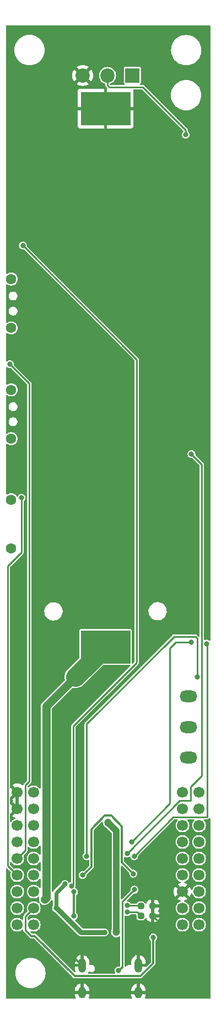
<source format=gbl>
%TF.GenerationSoftware,KiCad,Pcbnew,7.0.8*%
%TF.CreationDate,2023-11-02T15:01:11+01:00*%
%TF.ProjectId,led-tube,6c65642d-7475-4626-952e-6b696361645f,rev?*%
%TF.SameCoordinates,Original*%
%TF.FileFunction,Copper,L2,Bot*%
%TF.FilePolarity,Positive*%
%FSLAX46Y46*%
G04 Gerber Fmt 4.6, Leading zero omitted, Abs format (unit mm)*
G04 Created by KiCad (PCBNEW 7.0.8) date 2023-11-02 15:01:11*
%MOMM*%
%LPD*%
G01*
G04 APERTURE LIST*
G04 Aperture macros list*
%AMRoundRect*
0 Rectangle with rounded corners*
0 $1 Rounding radius*
0 $2 $3 $4 $5 $6 $7 $8 $9 X,Y pos of 4 corners*
0 Add a 4 corners polygon primitive as box body*
4,1,4,$2,$3,$4,$5,$6,$7,$8,$9,$2,$3,0*
0 Add four circle primitives for the rounded corners*
1,1,$1+$1,$2,$3*
1,1,$1+$1,$4,$5*
1,1,$1+$1,$6,$7*
1,1,$1+$1,$8,$9*
0 Add four rect primitives between the rounded corners*
20,1,$1+$1,$2,$3,$4,$5,0*
20,1,$1+$1,$4,$5,$6,$7,0*
20,1,$1+$1,$6,$7,$8,$9,0*
20,1,$1+$1,$8,$9,$2,$3,0*%
G04 Aperture macros list end*
%TA.AperFunction,ComponentPad*%
%ADD10C,1.600000*%
%TD*%
%TA.AperFunction,ComponentPad*%
%ADD11O,2.700000X1.800000*%
%TD*%
%TA.AperFunction,ComponentPad*%
%ADD12R,2.200000X2.200000*%
%TD*%
%TA.AperFunction,ComponentPad*%
%ADD13C,2.200000*%
%TD*%
%TA.AperFunction,ComponentPad*%
%ADD14O,1.200000X2.200000*%
%TD*%
%TA.AperFunction,ComponentPad*%
%ADD15O,1.200000X1.800000*%
%TD*%
%TA.AperFunction,ComponentPad*%
%ADD16C,1.700000*%
%TD*%
%TA.AperFunction,SMDPad,CuDef*%
%ADD17RoundRect,0.237500X0.250000X0.237500X-0.250000X0.237500X-0.250000X-0.237500X0.250000X-0.237500X0*%
%TD*%
%TA.AperFunction,SMDPad,CuDef*%
%ADD18RoundRect,0.237500X-0.250000X-0.237500X0.250000X-0.237500X0.250000X0.237500X-0.250000X0.237500X0*%
%TD*%
%TA.AperFunction,SMDPad,CuDef*%
%ADD19R,7.620000X5.080000*%
%TD*%
%TA.AperFunction,ViaPad*%
%ADD20C,1.200000*%
%TD*%
%TA.AperFunction,ViaPad*%
%ADD21C,0.800000*%
%TD*%
%TA.AperFunction,Conductor*%
%ADD22C,3.000000*%
%TD*%
%TA.AperFunction,Conductor*%
%ADD23C,1.300000*%
%TD*%
%TA.AperFunction,Conductor*%
%ADD24C,0.300000*%
%TD*%
%TA.AperFunction,Conductor*%
%ADD25C,0.600000*%
%TD*%
%TA.AperFunction,Conductor*%
%ADD26C,0.800000*%
%TD*%
%TA.AperFunction,Conductor*%
%ADD27C,1.000000*%
%TD*%
%TA.AperFunction,Conductor*%
%ADD28C,0.250000*%
%TD*%
%TA.AperFunction,Conductor*%
%ADD29C,0.500000*%
%TD*%
G04 APERTURE END LIST*
D10*
%TO.P,SW2,3,3*%
%TO.N,unconnected-(SW2-Pad3)*%
X601100000Y-463750000D03*
%TO.P,SW2,4,4*%
%TO.N,unconnected-(SW2-Pad4)*%
X601100000Y-456250000D03*
%TD*%
%TO.P,SW1,3,3*%
%TO.N,unconnected-(SW1-Pad3)*%
X601100000Y-446750000D03*
%TO.P,SW1,4,4*%
%TO.N,unconnected-(SW1-Pad4)*%
X601100000Y-439250000D03*
%TD*%
D11*
%TO.P,SW4,1,1*%
%TO.N,Net-(F1-Pad1)*%
X628300000Y-512700000D03*
%TO.P,SW4,2,2*%
%TO.N,+5V*%
X628300000Y-508000000D03*
%TO.P,SW4,3,3*%
%TO.N,unconnected-(SW4-Pad3)*%
X628300000Y-503300000D03*
%TD*%
D10*
%TO.P,SW3,3,3*%
%TO.N,unconnected-(SW3-Pad3)*%
X601100000Y-480600000D03*
%TO.P,SW3,4,4*%
%TO.N,unconnected-(SW3-Pad4)*%
X601100000Y-473100000D03*
%TD*%
D12*
%TO.P,P1,1,1*%
%TO.N,+5V*%
X619720000Y-408000000D03*
D13*
%TO.P,P1,2,2*%
%TO.N,LED DATA OUT*%
X615910000Y-408000000D03*
%TO.P,P1,3,3*%
%TO.N,GND*%
X612100000Y-408000000D03*
%TD*%
D14*
%TO.P,U2,SHELL,SHELL*%
%TO.N,GND*%
X611999918Y-544550000D03*
D15*
X611999918Y-548730086D03*
D14*
X620640000Y-544550000D03*
D15*
X620640000Y-548730086D03*
%TD*%
D16*
%TO.P,U1,1,GND*%
%TO.N,GND*%
X602027300Y-518005700D03*
%TO.P,U1,2,GND\u002A*%
X602027300Y-520545700D03*
%TO.P,U1,3,S_VN*%
%TO.N,unconnected-(U1-S_VN-Pad3)*%
X602027300Y-523085700D03*
%TO.P,U1,4,IO35*%
%TO.N,unconnected-(U1-IO35-Pad4)*%
X602027300Y-525625700D03*
%TO.P,U1,5,IO33*%
%TO.N,IO33{slash}MAINBUTTON*%
X602027300Y-528165700D03*
%TO.P,U1,6,IO34*%
%TO.N,IO34{slash}SECOND BUTTON*%
X602027300Y-530705700D03*
%TO.P,U1,7,IO14*%
%TO.N,unconnected-(U1-IO14-Pad7)*%
X602027300Y-533245700D03*
%TO.P,U1,8,3v3\u002A*%
%TO.N,unconnected-(U1-3v3\u002A-Pad8)*%
X602027300Y-535785700D03*
%TO.P,U1,9,5vF\u002A*%
%TO.N,unconnected-(U1-5vF\u002A-Pad9)*%
X602027300Y-538325700D03*
%TO.P,U1,10,EN*%
%TO.N,unconnected-(U1-EN-Pad10)*%
X604567300Y-518005700D03*
%TO.P,U1,11,S_VP*%
%TO.N,unconnected-(U1-S_VP-Pad11)*%
X604567300Y-520545700D03*
%TO.P,U1,12,IO26*%
%TO.N,unconnected-(U1-IO26-Pad12)*%
X604567300Y-523085700D03*
%TO.P,U1,13,IO18*%
%TO.N,unconnected-(U1-IO18-Pad13)*%
X604567300Y-525625700D03*
%TO.P,U1,14,IO19*%
%TO.N,unconnected-(U1-IO19-Pad14)*%
X604567300Y-528165700D03*
%TO.P,U1,15,IO23*%
%TO.N,unconnected-(U1-IO23-Pad15)*%
X604567300Y-530705700D03*
%TO.P,U1,16,IO5*%
%TO.N,unconnected-(U1-IO5-Pad16)*%
X604567300Y-533245700D03*
%TO.P,U1,17,3v3*%
%TO.N,+3.3V*%
X604567300Y-535785700D03*
%TO.P,U1,18,IO13*%
%TO.N,unconnected-(U1-IO13-Pad18)*%
X604567300Y-538325700D03*
%TO.P,U1,19,TXD*%
%TO.N,unconnected-(U1-TXD-Pad19)*%
X627427300Y-518005700D03*
%TO.P,U1,20,RXD*%
%TO.N,unconnected-(U1-RXD-Pad20)*%
X627427300Y-520545700D03*
%TO.P,U1,21,IO22*%
%TO.N,unconnected-(U1-IO22-Pad21)*%
X627427300Y-523085700D03*
%TO.P,U1,22,IO21*%
%TO.N,unconnected-(U1-IO21-Pad22)*%
X627427300Y-525625700D03*
%TO.P,U1,23,IO17*%
%TO.N,unconnected-(U1-IO17-Pad23)*%
X627427300Y-528165700D03*
%TO.P,U1,24,IO16*%
%TO.N,IO16{slash}LED1*%
X627427300Y-530705700D03*
%TO.P,U1,25,GND*%
%TO.N,GND*%
X627427300Y-533245700D03*
%TO.P,U1,26,5v0*%
%TO.N,+5V*%
X627427300Y-535785700D03*
%TO.P,U1,27,IO15*%
%TO.N,unconnected-(U1-IO15-Pad27)*%
X627427300Y-538325700D03*
%TO.P,U1,28,GND*%
%TO.N,GND*%
X629967300Y-518005700D03*
%TO.P,U1,29,IO27*%
%TO.N,unconnected-(U1-IO27-Pad29)*%
X629967300Y-520545700D03*
%TO.P,U1,30,IO25*%
%TO.N,unconnected-(U1-IO25-Pad30)*%
X629967300Y-523085700D03*
%TO.P,U1,31,IO32*%
%TO.N,IO32{slash}MIC DATA*%
X629967300Y-525625700D03*
%TO.P,U1,32,IO12*%
%TO.N,IO12{slash}MIC CLK*%
X629967300Y-528165700D03*
%TO.P,U1,33,IO_4*%
%TO.N,unconnected-(U1-IO_4-Pad33)*%
X629967300Y-530705700D03*
%TO.P,U1,34,IO_0*%
%TO.N,unconnected-(U1-IO_0-Pad34)*%
X629967300Y-533245700D03*
%TO.P,U1,35,IO_2*%
%TO.N,unconnected-(U1-IO_2-Pad35)*%
X629967300Y-535785700D03*
%TO.P,U1,36,NC*%
%TO.N,unconnected-(U1-NC-Pad36)*%
X629967300Y-538325700D03*
%TD*%
D17*
%TO.P,R12,1*%
%TO.N,GND*%
X622862500Y-535450000D03*
%TO.P,R12,2*%
%TO.N,DPA1*%
X621037500Y-535450000D03*
%TD*%
D18*
%TO.P,R11,1*%
%TO.N,DMA1*%
X621037500Y-536950000D03*
%TO.P,R11,2*%
%TO.N,GND*%
X622862500Y-536950000D03*
%TD*%
D19*
%TO.P,BT2,1,1*%
%TO.N,GND*%
X615600000Y-413080000D03*
%TO.P,BT2,2,2*%
%TO.N,VBAT*%
X615600000Y-495700000D03*
%TD*%
D20*
%TO.N,VBAT*%
X611005000Y-500305000D03*
X606241017Y-534455306D03*
D21*
%TO.N,VSYS*%
X612061079Y-530700500D03*
X619850000Y-530500000D03*
%TO.N,VMID*%
X609350000Y-532100000D03*
X615437000Y-539500000D03*
X607991565Y-535780521D03*
%TO.N,VREG*%
X610755383Y-533284963D03*
X610750000Y-537000000D03*
D20*
%TO.N,VOUT1*%
X617250000Y-539450000D03*
X616000000Y-522700000D03*
D21*
%TO.N,LED DATA OUT*%
X627900000Y-417100000D03*
%TO.N,Net-(U5-L1)*%
X631124500Y-495200000D03*
X620000000Y-527800000D03*
%TO.N,Net-(U5-L2)*%
X628800000Y-466100000D03*
X618900000Y-527400000D03*
%TO.N,Net-(U5-LIGHT)*%
X629675500Y-500300000D03*
X612700000Y-527800000D03*
%TO.N,Net-(U3-A)*%
X628800000Y-495000000D03*
X619600000Y-525600000D03*
%TO.N,+3.3V*%
X622900000Y-540300000D03*
%TO.N,GND*%
X615100000Y-499750000D03*
X611600000Y-508800000D03*
D20*
X611000000Y-540700500D03*
D21*
X608150000Y-515600000D03*
D20*
X610469959Y-543450623D03*
D21*
X612150000Y-534600000D03*
X629650000Y-541800000D03*
%TO.N,KEY*%
X602900000Y-434100000D03*
X610372889Y-532361543D03*
%TO.N,DMA1*%
X618950000Y-536399503D03*
%TO.N,DPA1*%
X618950000Y-535400000D03*
%TO.N,IO33{slash}MAINBUTTON*%
X600900000Y-452300000D03*
%TO.N,IO34{slash}SECOND BUTTON*%
X602700000Y-472800000D03*
%TO.N,USB-C CC2*%
X620050000Y-532950000D03*
X617619959Y-545351072D03*
%TD*%
D22*
%TO.N,VBAT*%
X615600000Y-495710000D02*
X611005000Y-500305000D01*
D23*
X611005000Y-500305000D02*
X606500000Y-504810000D01*
D22*
X615600000Y-495700000D02*
X615600000Y-495710000D01*
D23*
X606500000Y-534196323D02*
X606241017Y-534455306D01*
X606500000Y-504810000D02*
X606500000Y-534196323D01*
D24*
%TO.N,VSYS*%
X619850000Y-530500000D02*
X618100000Y-528750000D01*
X612150000Y-530700000D02*
X612061579Y-530700000D01*
X613450000Y-523650000D02*
X613450000Y-529400000D01*
X618100000Y-523250000D02*
X616450000Y-521600000D01*
X613450000Y-529400000D02*
X612150000Y-530700000D01*
X618100000Y-528750000D02*
X618100000Y-523250000D01*
X615500000Y-521600000D02*
X613450000Y-523650000D01*
X616450000Y-521600000D02*
X615500000Y-521600000D01*
X612061579Y-530700000D02*
X612061079Y-530700500D01*
D25*
%TO.N,VMID*%
X607991565Y-533458435D02*
X609350000Y-532100000D01*
D26*
X608116307Y-535780521D02*
X607991565Y-535780521D01*
D25*
X607991565Y-535780521D02*
X607991565Y-533458435D01*
D26*
X611835786Y-539500000D02*
X608116307Y-535780521D01*
X615437000Y-539500000D02*
X611835786Y-539500000D01*
D24*
%TO.N,VREG*%
X610750000Y-537000000D02*
X610750000Y-533290346D01*
X610750000Y-533290346D02*
X610755383Y-533284963D01*
D27*
%TO.N,VOUT1*%
X617250000Y-523950000D02*
X617250000Y-539450000D01*
X616000000Y-522700000D02*
X617250000Y-523950000D01*
D28*
%TO.N,LED DATA OUT*%
X627900000Y-417100000D02*
X627900000Y-416400000D01*
X616200000Y-409800000D02*
X615910000Y-409510000D01*
X621300000Y-409800000D02*
X616200000Y-409800000D01*
X615910000Y-409510000D02*
X615910000Y-408000000D01*
X627900000Y-416400000D02*
X621300000Y-409800000D01*
%TO.N,Net-(U5-L1)*%
X620000000Y-527800000D02*
X626000000Y-521800000D01*
X631200000Y-521800000D02*
X631200000Y-495275500D01*
X631200000Y-495275500D02*
X631124500Y-495200000D01*
X626000000Y-521800000D02*
X631200000Y-521800000D01*
%TO.N,Net-(U5-L2)*%
X618900000Y-527400000D02*
X627000000Y-519300000D01*
X630400000Y-467700000D02*
X628800000Y-466100000D01*
X628700000Y-519300000D02*
X628700000Y-517200000D01*
X627000000Y-519300000D02*
X628700000Y-519300000D01*
X630400000Y-515500000D02*
X630400000Y-467700000D01*
X628700000Y-517200000D02*
X630400000Y-515500000D01*
%TO.N,Net-(U5-LIGHT)*%
X612700000Y-507500000D02*
X626100000Y-494100000D01*
X612700000Y-527800000D02*
X612700000Y-507500000D01*
X629675500Y-494375500D02*
X629675500Y-500300000D01*
X629400000Y-494100000D02*
X629675500Y-494375500D01*
X626100000Y-494100000D02*
X629400000Y-494100000D01*
%TO.N,Net-(U3-A)*%
X625500000Y-519700000D02*
X619600000Y-525600000D01*
X628800000Y-495000000D02*
X626400000Y-495000000D01*
X625500000Y-495900000D02*
X625500000Y-519700000D01*
X626400000Y-495000000D02*
X625500000Y-495900000D01*
%TO.N,+3.3V*%
X603290000Y-537063000D02*
X604567300Y-535785700D01*
D24*
X622900000Y-544262473D02*
X622900000Y-540300000D01*
X620962473Y-546200000D02*
X622900000Y-544262473D01*
D28*
X604190000Y-540070000D02*
X603290000Y-539170000D01*
D24*
X604190000Y-540070000D02*
X604750000Y-540070000D01*
D28*
X603290000Y-539170000D02*
X603290000Y-537063000D01*
D24*
X604750000Y-540070000D02*
X610880000Y-546200000D01*
X610880000Y-546200000D02*
X620962473Y-546200000D01*
D28*
%TO.N,GND*%
X611200000Y-531300000D02*
X611200000Y-530100000D01*
D25*
X608150000Y-506700000D02*
X608150000Y-515600000D01*
D28*
X610469959Y-543450623D02*
X610900541Y-543450623D01*
X611850000Y-509050000D02*
X611600000Y-508800000D01*
D23*
X610500000Y-541200500D02*
X611000000Y-540700500D01*
X610500000Y-543549551D02*
X610500000Y-541200500D01*
D28*
X629650000Y-541800000D02*
X627712500Y-541800000D01*
X611200000Y-530100000D02*
X611850000Y-529450000D01*
X627712500Y-541800000D02*
X622862500Y-536950000D01*
D29*
X602027300Y-520545700D02*
X602027300Y-518005700D01*
D25*
X615100000Y-499750000D02*
X608150000Y-506700000D01*
D28*
X610900541Y-543450623D02*
X611999918Y-544550000D01*
X612150000Y-534600000D02*
X612150000Y-532250000D01*
X611850000Y-529450000D02*
X611850000Y-509050000D01*
X612150000Y-532250000D02*
X611200000Y-531300000D01*
%TO.N,KEY*%
X620400000Y-498100000D02*
X620400000Y-451600000D01*
X610650000Y-532084432D02*
X610650000Y-507850000D01*
X610372889Y-532361543D02*
X610650000Y-532084432D01*
X620400000Y-451600000D02*
X602900000Y-434100000D01*
X610650000Y-507850000D02*
X620400000Y-498100000D01*
%TO.N,DMA1*%
X618950000Y-536399503D02*
X620487003Y-536399503D01*
X620487003Y-536399503D02*
X621037500Y-536950000D01*
%TO.N,DPA1*%
X620987500Y-535400000D02*
X621037500Y-535450000D01*
X618950000Y-535400000D02*
X620987500Y-535400000D01*
%TO.N,IO33{slash}MAINBUTTON*%
X603900000Y-516300000D02*
X603900000Y-455300000D01*
X602027300Y-528165700D02*
X603300000Y-526893000D01*
X603300000Y-526893000D02*
X603300000Y-516900000D01*
X603300000Y-516900000D02*
X603900000Y-516300000D01*
X603900000Y-455300000D02*
X600900000Y-452300000D01*
%TO.N,IO34{slash}SECOND BUTTON*%
X602027300Y-530705700D02*
X600600000Y-529278400D01*
X602700000Y-481200000D02*
X602700000Y-472800000D01*
X600600000Y-483300000D02*
X602700000Y-481200000D01*
X600600000Y-529278400D02*
X600600000Y-483300000D01*
%TO.N,USB-C CC2*%
X618200000Y-534800000D02*
X618200000Y-544900000D01*
X618169959Y-544801072D02*
X617619959Y-545351072D01*
X620050000Y-532950000D02*
X618200000Y-534800000D01*
%TD*%
%TA.AperFunction,Conductor*%
%TO.N,GND*%
G36*
X631667924Y-521969127D02*
G01*
X631697945Y-522032218D01*
X631699500Y-522051794D01*
X631699500Y-549575500D01*
X631679815Y-549642539D01*
X631627011Y-549688294D01*
X631575500Y-549699500D01*
X621740092Y-549699500D01*
X621673053Y-549679815D01*
X621627298Y-549627011D01*
X621617354Y-549557853D01*
X621624975Y-549529413D01*
X621700242Y-549341405D01*
X621700244Y-549341400D01*
X621740000Y-549135123D01*
X621740000Y-548980086D01*
X620990013Y-548980086D01*
X620990013Y-548480086D01*
X621740000Y-548480086D01*
X621740000Y-548377687D01*
X621725034Y-548220963D01*
X621725033Y-548220959D01*
X621665850Y-548019399D01*
X621569586Y-547832671D01*
X621439731Y-547667548D01*
X621439728Y-547667545D01*
X621280969Y-547529980D01*
X621280958Y-547529971D01*
X621099039Y-547424941D01*
X621099032Y-547424938D01*
X620900516Y-547356230D01*
X620890000Y-547354718D01*
X620890000Y-548184500D01*
X620834086Y-548133028D01*
X620727111Y-548086104D01*
X620610696Y-548076458D01*
X620497457Y-548105134D01*
X620399665Y-548169025D01*
X620390000Y-548181442D01*
X620390000Y-547358826D01*
X620389999Y-547358826D01*
X620278594Y-547385854D01*
X620278582Y-547385858D01*
X620087497Y-547473123D01*
X620087496Y-547473124D01*
X619916380Y-547594975D01*
X619916374Y-547594981D01*
X619771407Y-547747018D01*
X619657833Y-547923743D01*
X619579755Y-548118771D01*
X619540000Y-548325048D01*
X619540000Y-548480086D01*
X620289987Y-548480086D01*
X620289987Y-548980086D01*
X619540000Y-548980086D01*
X619540000Y-549082484D01*
X619554965Y-549239208D01*
X619554966Y-549239212D01*
X619614149Y-549440772D01*
X619654313Y-549518680D01*
X619667535Y-549587287D01*
X619641567Y-549652152D01*
X619584653Y-549692680D01*
X619544097Y-549699500D01*
X613100010Y-549699500D01*
X613032971Y-549679815D01*
X612987216Y-549627011D01*
X612977272Y-549557853D01*
X612984893Y-549529413D01*
X613060160Y-549341405D01*
X613060162Y-549341400D01*
X613099918Y-549135123D01*
X613099918Y-548980086D01*
X612349931Y-548980086D01*
X612349931Y-548480086D01*
X613099918Y-548480086D01*
X613099918Y-548377687D01*
X613084952Y-548220963D01*
X613084951Y-548220959D01*
X613025768Y-548019399D01*
X612929504Y-547832671D01*
X612799649Y-547667548D01*
X612799646Y-547667545D01*
X612640887Y-547529980D01*
X612640876Y-547529971D01*
X612458957Y-547424941D01*
X612458950Y-547424938D01*
X612260434Y-547356230D01*
X612249918Y-547354718D01*
X612249918Y-548184500D01*
X612194004Y-548133028D01*
X612087029Y-548086104D01*
X611970614Y-548076458D01*
X611857375Y-548105134D01*
X611759583Y-548169025D01*
X611749918Y-548181442D01*
X611749918Y-547358826D01*
X611749917Y-547358826D01*
X611638512Y-547385854D01*
X611638500Y-547385858D01*
X611447415Y-547473123D01*
X611447414Y-547473124D01*
X611276298Y-547594975D01*
X611276292Y-547594981D01*
X611131325Y-547747018D01*
X611017751Y-547923743D01*
X610939673Y-548118771D01*
X610899918Y-548325048D01*
X610899918Y-548480086D01*
X611649905Y-548480086D01*
X611649905Y-548980086D01*
X610899918Y-548980086D01*
X610899918Y-549082484D01*
X610914883Y-549239208D01*
X610914884Y-549239212D01*
X610974067Y-549440772D01*
X611014231Y-549518680D01*
X611027453Y-549587287D01*
X611001485Y-549652152D01*
X610944571Y-549692680D01*
X610904015Y-549699500D01*
X600424500Y-549699500D01*
X600357461Y-549679815D01*
X600311706Y-549627011D01*
X600300500Y-549575500D01*
X600300500Y-545733237D01*
X601722056Y-545733237D01*
X601741992Y-546037402D01*
X601741993Y-546037412D01*
X601741994Y-546037419D01*
X601741996Y-546037429D01*
X601801464Y-546336398D01*
X601801467Y-546336412D01*
X601899455Y-546625071D01*
X602034276Y-546898462D01*
X602034285Y-546898477D01*
X602203644Y-547151940D01*
X602404638Y-547381131D01*
X602574358Y-547529971D01*
X602633831Y-547582127D01*
X602887298Y-547751488D01*
X602887301Y-547751489D01*
X602887307Y-547751493D01*
X603147974Y-547880039D01*
X603160702Y-547886316D01*
X603449366Y-547984305D01*
X603748351Y-548043776D01*
X603976409Y-548058724D01*
X603976413Y-548058724D01*
X604128667Y-548058724D01*
X604128671Y-548058724D01*
X604356729Y-548043776D01*
X604655714Y-547984305D01*
X604944378Y-547886316D01*
X605217782Y-547751488D01*
X605471249Y-547582127D01*
X605700441Y-547381131D01*
X605901437Y-547151939D01*
X606070798Y-546898472D01*
X606205626Y-546625068D01*
X606303615Y-546336404D01*
X606363086Y-546037419D01*
X606376492Y-545832888D01*
X606383024Y-545733237D01*
X606383024Y-545733222D01*
X606363087Y-545429057D01*
X606363086Y-545429041D01*
X606303615Y-545130056D01*
X606205626Y-544841392D01*
X606168460Y-544766027D01*
X606070803Y-544567997D01*
X606070794Y-544567982D01*
X606008266Y-544474402D01*
X605901437Y-544314521D01*
X605760322Y-544153610D01*
X605700441Y-544085328D01*
X605471250Y-543884334D01*
X605217787Y-543714975D01*
X605217772Y-543714966D01*
X604944381Y-543580145D01*
X604655722Y-543482157D01*
X604655716Y-543482155D01*
X604655714Y-543482155D01*
X604356729Y-543422684D01*
X604128671Y-543407736D01*
X603976409Y-543407736D01*
X603748351Y-543422684D01*
X603748345Y-543422685D01*
X603748340Y-543422686D01*
X603449371Y-543482154D01*
X603449357Y-543482157D01*
X603160698Y-543580145D01*
X602887307Y-543714966D01*
X602887292Y-543714975D01*
X602633829Y-543884334D01*
X602404638Y-544085328D01*
X602203644Y-544314519D01*
X602034285Y-544567982D01*
X602034276Y-544567997D01*
X601899455Y-544841388D01*
X601801467Y-545130047D01*
X601801464Y-545130061D01*
X601741996Y-545429030D01*
X601741992Y-545429057D01*
X601722056Y-545733222D01*
X601722056Y-545733237D01*
X600300500Y-545733237D01*
X600300500Y-535785700D01*
X600971717Y-535785700D01*
X600991999Y-535991632D01*
X600994934Y-536001307D01*
X601052068Y-536189654D01*
X601149615Y-536372150D01*
X601171887Y-536399289D01*
X601280889Y-536532110D01*
X601377509Y-536611402D01*
X601440850Y-536663385D01*
X601623346Y-536760932D01*
X601821366Y-536821000D01*
X601821365Y-536821000D01*
X601839499Y-536822786D01*
X602027300Y-536841283D01*
X602233234Y-536821000D01*
X602431254Y-536760932D01*
X602613750Y-536663385D01*
X602773710Y-536532110D01*
X602904985Y-536372150D01*
X603002532Y-536189654D01*
X603062600Y-535991634D01*
X603082883Y-535785700D01*
X603062600Y-535579766D01*
X603002532Y-535381746D01*
X602904985Y-535199250D01*
X602841674Y-535122105D01*
X602773710Y-535039289D01*
X602613752Y-534908017D01*
X602613753Y-534908017D01*
X602613750Y-534908015D01*
X602431254Y-534810468D01*
X602233234Y-534750400D01*
X602233232Y-534750399D01*
X602233234Y-534750399D01*
X602027300Y-534730117D01*
X601821367Y-534750399D01*
X601677308Y-534794099D01*
X601623350Y-534810467D01*
X601623343Y-534810469D01*
X601513198Y-534869343D01*
X601440850Y-534908015D01*
X601440848Y-534908016D01*
X601440847Y-534908017D01*
X601280889Y-535039289D01*
X601149617Y-535199247D01*
X601149615Y-535199250D01*
X601127195Y-535241194D01*
X601052069Y-535381743D01*
X600991999Y-535579767D01*
X600971717Y-535785700D01*
X600300500Y-535785700D01*
X600300500Y-533245700D01*
X600971717Y-533245700D01*
X600991999Y-533451632D01*
X601017302Y-533535044D01*
X601052068Y-533649654D01*
X601149615Y-533832150D01*
X601159368Y-533844034D01*
X601280889Y-533992110D01*
X601342621Y-534042771D01*
X601440850Y-534123385D01*
X601623346Y-534220932D01*
X601821366Y-534281000D01*
X601821365Y-534281000D01*
X601839829Y-534282818D01*
X602027300Y-534301283D01*
X602233234Y-534281000D01*
X602431254Y-534220932D01*
X602613750Y-534123385D01*
X602773710Y-533992110D01*
X602904985Y-533832150D01*
X603002532Y-533649654D01*
X603062600Y-533451634D01*
X603082883Y-533245700D01*
X603062600Y-533039766D01*
X603002532Y-532841746D01*
X602904985Y-532659250D01*
X602835801Y-532574948D01*
X602773710Y-532499289D01*
X602613752Y-532368017D01*
X602613753Y-532368017D01*
X602613750Y-532368015D01*
X602431254Y-532270468D01*
X602233234Y-532210400D01*
X602233232Y-532210399D01*
X602233234Y-532210399D01*
X602027300Y-532190117D01*
X601821367Y-532210399D01*
X601623343Y-532270469D01*
X601513198Y-532329343D01*
X601440850Y-532368015D01*
X601440848Y-532368016D01*
X601440847Y-532368017D01*
X601280889Y-532499289D01*
X601152007Y-532656335D01*
X601149615Y-532659250D01*
X601110943Y-532731598D01*
X601052069Y-532841743D01*
X600991999Y-533039767D01*
X600971717Y-533245700D01*
X600300500Y-533245700D01*
X600300500Y-529738588D01*
X600320185Y-529671549D01*
X600372989Y-529625794D01*
X600442147Y-529615850D01*
X600505703Y-529644875D01*
X600512181Y-529650907D01*
X601025978Y-530164704D01*
X601059463Y-530226027D01*
X601054479Y-530295719D01*
X601052863Y-530299826D01*
X601052071Y-530301738D01*
X601052069Y-530301743D01*
X601052068Y-530301746D01*
X601034532Y-530359556D01*
X600991999Y-530499767D01*
X600971717Y-530705700D01*
X600991999Y-530911632D01*
X600997050Y-530928282D01*
X601052068Y-531109654D01*
X601149615Y-531292150D01*
X601149617Y-531292152D01*
X601280889Y-531452110D01*
X601377509Y-531531402D01*
X601440850Y-531583385D01*
X601623346Y-531680932D01*
X601821366Y-531741000D01*
X601821365Y-531741000D01*
X601839829Y-531742818D01*
X602027300Y-531761283D01*
X602233234Y-531741000D01*
X602431254Y-531680932D01*
X602613750Y-531583385D01*
X602773710Y-531452110D01*
X602904985Y-531292150D01*
X603002532Y-531109654D01*
X603062600Y-530911634D01*
X603082883Y-530705700D01*
X603062600Y-530499766D01*
X603002532Y-530301746D01*
X602904985Y-530119250D01*
X602853002Y-530055909D01*
X602773710Y-529959289D01*
X602613752Y-529828017D01*
X602613753Y-529828017D01*
X602613750Y-529828015D01*
X602431254Y-529730468D01*
X602233234Y-529670400D01*
X602233232Y-529670399D01*
X602233234Y-529670399D01*
X602027300Y-529650117D01*
X601821367Y-529670399D01*
X601712730Y-529703353D01*
X601623346Y-529730468D01*
X601623343Y-529730469D01*
X601623338Y-529730471D01*
X601621426Y-529731263D01*
X601620345Y-529731379D01*
X601617517Y-529732237D01*
X601617354Y-529731700D01*
X601551956Y-529738724D01*
X601489480Y-529707443D01*
X601486304Y-529704378D01*
X600961819Y-529179893D01*
X600928334Y-529118570D01*
X600925500Y-529092212D01*
X600925500Y-528825511D01*
X600945185Y-528758472D01*
X600997989Y-528712717D01*
X601067147Y-528702773D01*
X601130703Y-528731798D01*
X601145022Y-528748039D01*
X601145751Y-528747442D01*
X601280889Y-528912110D01*
X601377509Y-528991402D01*
X601440850Y-529043385D01*
X601623346Y-529140932D01*
X601821366Y-529201000D01*
X601821365Y-529201000D01*
X601839829Y-529202818D01*
X602027300Y-529221283D01*
X602233234Y-529201000D01*
X602431254Y-529140932D01*
X602613750Y-529043385D01*
X602773710Y-528912110D01*
X602904985Y-528752150D01*
X603002532Y-528569654D01*
X603062600Y-528371634D01*
X603082883Y-528165700D01*
X603062600Y-527959766D01*
X603002532Y-527761746D01*
X603002527Y-527761738D01*
X603001739Y-527759832D01*
X603001622Y-527758751D01*
X603000763Y-527755917D01*
X603001300Y-527755753D01*
X602994273Y-527690363D01*
X603025550Y-527627885D01*
X603028593Y-527624731D01*
X603518204Y-527135120D01*
X603522166Y-527131489D01*
X603553194Y-527105455D01*
X603573438Y-527070390D01*
X603576335Y-527065841D01*
X603599554Y-527032684D01*
X603599554Y-527032681D01*
X603601819Y-527027824D01*
X603608747Y-527011099D01*
X603610584Y-527006050D01*
X603610588Y-527006045D01*
X603617619Y-526966162D01*
X603618777Y-526960940D01*
X603629264Y-526921807D01*
X603625735Y-526881478D01*
X603625500Y-526876075D01*
X603625500Y-526473933D01*
X603645185Y-526406894D01*
X603697989Y-526361139D01*
X603767147Y-526351195D01*
X603828163Y-526378079D01*
X603980850Y-526503385D01*
X604163346Y-526600932D01*
X604361366Y-526661000D01*
X604361365Y-526661000D01*
X604379829Y-526662818D01*
X604567300Y-526681283D01*
X604773234Y-526661000D01*
X604971254Y-526600932D01*
X605153750Y-526503385D01*
X605313710Y-526372110D01*
X605322714Y-526361139D01*
X605429646Y-526230841D01*
X605487392Y-526191506D01*
X605557237Y-526189635D01*
X605617005Y-526225822D01*
X605647721Y-526288578D01*
X605649500Y-526309505D01*
X605649500Y-527481894D01*
X605629815Y-527548933D01*
X605577011Y-527594688D01*
X605507853Y-527604632D01*
X605444297Y-527575607D01*
X605429647Y-527560559D01*
X605313710Y-527419290D01*
X605153752Y-527288017D01*
X605153753Y-527288017D01*
X605153750Y-527288015D01*
X604971254Y-527190468D01*
X604773234Y-527130400D01*
X604773232Y-527130399D01*
X604773234Y-527130399D01*
X604567300Y-527110117D01*
X604361367Y-527130399D01*
X604163343Y-527190469D01*
X604091043Y-527229115D01*
X603980850Y-527288015D01*
X603980848Y-527288016D01*
X603980847Y-527288017D01*
X603820889Y-527419289D01*
X603689617Y-527579247D01*
X603689615Y-527579250D01*
X603681363Y-527594688D01*
X603592069Y-527761743D01*
X603531999Y-527959767D01*
X603511717Y-528165700D01*
X603531999Y-528371632D01*
X603542328Y-528405682D01*
X603592068Y-528569654D01*
X603689615Y-528752150D01*
X603700835Y-528765822D01*
X603820889Y-528912110D01*
X603917509Y-528991402D01*
X603980850Y-529043385D01*
X604163346Y-529140932D01*
X604361366Y-529201000D01*
X604361365Y-529201000D01*
X604379829Y-529202818D01*
X604567300Y-529221283D01*
X604773234Y-529201000D01*
X604971254Y-529140932D01*
X605153750Y-529043385D01*
X605313710Y-528912110D01*
X605429646Y-528770841D01*
X605487392Y-528731506D01*
X605557237Y-528729635D01*
X605617005Y-528765822D01*
X605647721Y-528828578D01*
X605649500Y-528849505D01*
X605649500Y-530021894D01*
X605629815Y-530088933D01*
X605577011Y-530134688D01*
X605507853Y-530144632D01*
X605444297Y-530115607D01*
X605429647Y-530100559D01*
X605313710Y-529959290D01*
X605313709Y-529959289D01*
X605153750Y-529828015D01*
X604971254Y-529730468D01*
X604773234Y-529670400D01*
X604773232Y-529670399D01*
X604773234Y-529670399D01*
X604567300Y-529650117D01*
X604361367Y-529670399D01*
X604163343Y-529730469D01*
X604091043Y-529769115D01*
X603980850Y-529828015D01*
X603980848Y-529828016D01*
X603980847Y-529828017D01*
X603820889Y-529959289D01*
X603689617Y-530119247D01*
X603689615Y-530119250D01*
X603650943Y-530191598D01*
X603592069Y-530301743D01*
X603531999Y-530499767D01*
X603511717Y-530705700D01*
X603531999Y-530911632D01*
X603537050Y-530928282D01*
X603592068Y-531109654D01*
X603689615Y-531292150D01*
X603689617Y-531292152D01*
X603820889Y-531452110D01*
X603917509Y-531531402D01*
X603980850Y-531583385D01*
X604163346Y-531680932D01*
X604361366Y-531741000D01*
X604361365Y-531741000D01*
X604379829Y-531742818D01*
X604567300Y-531761283D01*
X604773234Y-531741000D01*
X604971254Y-531680932D01*
X605153750Y-531583385D01*
X605313710Y-531452110D01*
X605429646Y-531310841D01*
X605487392Y-531271506D01*
X605557237Y-531269635D01*
X605617005Y-531305822D01*
X605647721Y-531368578D01*
X605649500Y-531389505D01*
X605649500Y-532561894D01*
X605629815Y-532628933D01*
X605577011Y-532674688D01*
X605507853Y-532684632D01*
X605444297Y-532655607D01*
X605429647Y-532640559D01*
X605313710Y-532499290D01*
X605153752Y-532368017D01*
X605153753Y-532368017D01*
X605153750Y-532368015D01*
X604971254Y-532270468D01*
X604773234Y-532210400D01*
X604773232Y-532210399D01*
X604773234Y-532210399D01*
X604567300Y-532190117D01*
X604361367Y-532210399D01*
X604163343Y-532270469D01*
X604053198Y-532329343D01*
X603980850Y-532368015D01*
X603980848Y-532368016D01*
X603980847Y-532368017D01*
X603820889Y-532499289D01*
X603692007Y-532656335D01*
X603689615Y-532659250D01*
X603650943Y-532731598D01*
X603592069Y-532841743D01*
X603531999Y-533039767D01*
X603511717Y-533245700D01*
X603531999Y-533451632D01*
X603557302Y-533535044D01*
X603592068Y-533649654D01*
X603689615Y-533832150D01*
X603699368Y-533844034D01*
X603820889Y-533992110D01*
X603882621Y-534042771D01*
X603980850Y-534123385D01*
X604163346Y-534220932D01*
X604361366Y-534281000D01*
X604361365Y-534281000D01*
X604379829Y-534282818D01*
X604567300Y-534301283D01*
X604773234Y-534281000D01*
X604971254Y-534220932D01*
X605153750Y-534123385D01*
X605233065Y-534058292D01*
X605297375Y-534030980D01*
X605366242Y-534042771D01*
X605417803Y-534089923D01*
X605435686Y-534157465D01*
X605432065Y-534184073D01*
X605393333Y-534339810D01*
X605388324Y-534524738D01*
X605423186Y-534706420D01*
X605452396Y-534774323D01*
X605496288Y-534876357D01*
X605496290Y-534876360D01*
X605499184Y-534881479D01*
X605515041Y-534949526D01*
X605491592Y-535015343D01*
X605436283Y-535058035D01*
X605366672Y-535064047D01*
X605312576Y-535038359D01*
X605227835Y-534968815D01*
X605153750Y-534908015D01*
X604971254Y-534810468D01*
X604773234Y-534750400D01*
X604773232Y-534750399D01*
X604773234Y-534750399D01*
X604567300Y-534730117D01*
X604361367Y-534750399D01*
X604217308Y-534794099D01*
X604163350Y-534810467D01*
X604163343Y-534810469D01*
X604053198Y-534869343D01*
X603980850Y-534908015D01*
X603980848Y-534908016D01*
X603980847Y-534908017D01*
X603820889Y-535039289D01*
X603689617Y-535199247D01*
X603689615Y-535199250D01*
X603667195Y-535241194D01*
X603592069Y-535381743D01*
X603531999Y-535579767D01*
X603511717Y-535785700D01*
X603531999Y-535991632D01*
X603534934Y-536001307D01*
X603592068Y-536189654D01*
X603592072Y-536189662D01*
X603592859Y-536191562D01*
X603592975Y-536192641D01*
X603593837Y-536195483D01*
X603593298Y-536195646D01*
X603600327Y-536261031D01*
X603569051Y-536323510D01*
X603565978Y-536326694D01*
X603071803Y-536820870D01*
X603067814Y-536824525D01*
X603036805Y-536850545D01*
X603016562Y-536885606D01*
X603013656Y-536890166D01*
X602990446Y-536923313D01*
X602988206Y-536928117D01*
X602981229Y-536944961D01*
X602979410Y-536949959D01*
X602972383Y-536989811D01*
X602971212Y-536995091D01*
X602960735Y-537034191D01*
X602964264Y-537074513D01*
X602964500Y-537079920D01*
X602964500Y-537473690D01*
X602944815Y-537540729D01*
X602892011Y-537586484D01*
X602822853Y-537596428D01*
X602761836Y-537569544D01*
X602613753Y-537448017D01*
X602613751Y-537448016D01*
X602613750Y-537448015D01*
X602431254Y-537350468D01*
X602233234Y-537290400D01*
X602233232Y-537290399D01*
X602233234Y-537290399D01*
X602027300Y-537270117D01*
X601821367Y-537290399D01*
X601623343Y-537350469D01*
X601541008Y-537394479D01*
X601440850Y-537448015D01*
X601440848Y-537448016D01*
X601440847Y-537448017D01*
X601280889Y-537579289D01*
X601149617Y-537739247D01*
X601052069Y-537921743D01*
X600991999Y-538119767D01*
X600971717Y-538325700D01*
X600991999Y-538531632D01*
X600992000Y-538531634D01*
X601052068Y-538729654D01*
X601149615Y-538912150D01*
X601149617Y-538912152D01*
X601280889Y-539072110D01*
X601333883Y-539115600D01*
X601440850Y-539203385D01*
X601623346Y-539300932D01*
X601821366Y-539361000D01*
X601821365Y-539361000D01*
X601839829Y-539362818D01*
X602027300Y-539381283D01*
X602233234Y-539361000D01*
X602431254Y-539300932D01*
X602613750Y-539203385D01*
X602759260Y-539083968D01*
X602823567Y-539056657D01*
X602892434Y-539068448D01*
X602943995Y-539115600D01*
X602961878Y-539183142D01*
X602961451Y-539190625D01*
X602960735Y-539198808D01*
X602971212Y-539237910D01*
X602972383Y-539243190D01*
X602979411Y-539283043D01*
X602981235Y-539288055D01*
X602988197Y-539304861D01*
X602990445Y-539309681D01*
X602990446Y-539309684D01*
X603004452Y-539329687D01*
X603013655Y-539342831D01*
X603016561Y-539347392D01*
X603036806Y-539382455D01*
X603067815Y-539408475D01*
X603071805Y-539412131D01*
X603841964Y-540182291D01*
X603857532Y-540205076D01*
X603858965Y-540204141D01*
X603928562Y-540310668D01*
X603928567Y-540310673D01*
X604020871Y-540382515D01*
X604020876Y-540382518D01*
X604073673Y-540400643D01*
X604131512Y-540420500D01*
X604553456Y-540420500D01*
X604620495Y-540440185D01*
X604641137Y-540456819D01*
X610597362Y-546413044D01*
X610613486Y-546432899D01*
X610618563Y-546440669D01*
X610644508Y-546460862D01*
X610650260Y-546465942D01*
X610652693Y-546468375D01*
X610670438Y-546481044D01*
X610710874Y-546512517D01*
X610710876Y-546512517D01*
X610717310Y-546515999D01*
X610717344Y-546516016D01*
X610717390Y-546516041D01*
X610723932Y-546519239D01*
X610723933Y-546519239D01*
X610723934Y-546519240D01*
X610738078Y-546523451D01*
X610773045Y-546533862D01*
X610821509Y-546550499D01*
X610821512Y-546550500D01*
X610821515Y-546550500D01*
X610828625Y-546551687D01*
X610828731Y-546551700D01*
X610828855Y-546551720D01*
X610836046Y-546552617D01*
X610887231Y-546550500D01*
X620913262Y-546550500D01*
X620938707Y-546553138D01*
X620947788Y-546555043D01*
X620963478Y-546553087D01*
X620980412Y-546550977D01*
X620988088Y-546550500D01*
X620991508Y-546550500D01*
X620991513Y-546550500D01*
X620995081Y-546549904D01*
X621013012Y-546546913D01*
X621040431Y-546543494D01*
X621063866Y-546540573D01*
X621063875Y-546540568D01*
X621070924Y-546538470D01*
X621077850Y-546536092D01*
X621077854Y-546536092D01*
X621122917Y-546511704D01*
X621168957Y-546489198D01*
X621168960Y-546489194D01*
X621174926Y-546484935D01*
X621180727Y-546480419D01*
X621180731Y-546480418D01*
X621215430Y-546442724D01*
X623113046Y-544545107D01*
X623132902Y-544528984D01*
X623140669Y-544523910D01*
X623160873Y-544497950D01*
X623165941Y-544492212D01*
X623168375Y-544489780D01*
X623181044Y-544472034D01*
X623212517Y-544431599D01*
X623212518Y-544431593D01*
X623216017Y-544425128D01*
X623219235Y-544418545D01*
X623219240Y-544418539D01*
X623233861Y-544369427D01*
X623250500Y-544320961D01*
X623250500Y-544320952D01*
X623251706Y-544313729D01*
X623252617Y-544306425D01*
X623250500Y-544255241D01*
X623250500Y-540849115D01*
X623270185Y-540782076D01*
X623299011Y-540750742D01*
X623328282Y-540728282D01*
X623424536Y-540602841D01*
X623485044Y-540456762D01*
X623504277Y-540310673D01*
X623505682Y-540300001D01*
X623505682Y-540299998D01*
X623485044Y-540143239D01*
X623485044Y-540143238D01*
X623424536Y-539997159D01*
X623328282Y-539871718D01*
X623202841Y-539775464D01*
X623143200Y-539750760D01*
X623056762Y-539714956D01*
X623056760Y-539714955D01*
X622900001Y-539694318D01*
X622899999Y-539694318D01*
X622743239Y-539714955D01*
X622743237Y-539714956D01*
X622597160Y-539775463D01*
X622471718Y-539871718D01*
X622375463Y-539997160D01*
X622314956Y-540143237D01*
X622314955Y-540143239D01*
X622294318Y-540299998D01*
X622294318Y-540300001D01*
X622314955Y-540456760D01*
X622314956Y-540456762D01*
X622375464Y-540602841D01*
X622471718Y-540728282D01*
X622500987Y-540750740D01*
X622542189Y-540807165D01*
X622549500Y-540849115D01*
X622549500Y-544065929D01*
X622529815Y-544132968D01*
X622513181Y-544153610D01*
X621891076Y-544775714D01*
X621829753Y-544809199D01*
X621760061Y-544804215D01*
X621753503Y-544800000D01*
X620990013Y-544800000D01*
X620990013Y-544300000D01*
X621740000Y-544300000D01*
X621740000Y-543997601D01*
X621725034Y-543840877D01*
X621725033Y-543840873D01*
X621665850Y-543639313D01*
X621569586Y-543452585D01*
X621439731Y-543287462D01*
X621439728Y-543287459D01*
X621280969Y-543149894D01*
X621280958Y-543149885D01*
X621099039Y-543044855D01*
X621099032Y-543044852D01*
X620900516Y-542976144D01*
X620890000Y-542974632D01*
X620890000Y-543754414D01*
X620834086Y-543702942D01*
X620727111Y-543656018D01*
X620610696Y-543646372D01*
X620497457Y-543675048D01*
X620399665Y-543738939D01*
X620390000Y-543751356D01*
X620390000Y-542978740D01*
X620389999Y-542978740D01*
X620278594Y-543005768D01*
X620278582Y-543005772D01*
X620087497Y-543093037D01*
X620087496Y-543093038D01*
X619916380Y-543214889D01*
X619916374Y-543214895D01*
X619771407Y-543366932D01*
X619657833Y-543543657D01*
X619579755Y-543738685D01*
X619540000Y-543944962D01*
X619540000Y-544407363D01*
X619520315Y-544474402D01*
X619467511Y-544520157D01*
X619398353Y-544530101D01*
X619382550Y-544526766D01*
X619285643Y-544499614D01*
X619172318Y-544499614D01*
X619172317Y-544499614D01*
X619060054Y-544515044D01*
X619060052Y-544515044D01*
X618921252Y-544575334D01*
X618921251Y-544575335D01*
X618803859Y-544670839D01*
X618750804Y-544746001D01*
X618696062Y-544789418D01*
X618626536Y-544796347D01*
X618564302Y-544764588D01*
X618529117Y-544704224D01*
X618525500Y-544674492D01*
X618525500Y-538325700D01*
X626371717Y-538325700D01*
X626391999Y-538531632D01*
X626392000Y-538531634D01*
X626452068Y-538729654D01*
X626549615Y-538912150D01*
X626549617Y-538912152D01*
X626680889Y-539072110D01*
X626733883Y-539115600D01*
X626840850Y-539203385D01*
X627023346Y-539300932D01*
X627221366Y-539361000D01*
X627221365Y-539361000D01*
X627239829Y-539362818D01*
X627427300Y-539381283D01*
X627633234Y-539361000D01*
X627831254Y-539300932D01*
X628013750Y-539203385D01*
X628173710Y-539072110D01*
X628304985Y-538912150D01*
X628402532Y-538729654D01*
X628462600Y-538531634D01*
X628482883Y-538325700D01*
X628911717Y-538325700D01*
X628931999Y-538531632D01*
X628932000Y-538531634D01*
X628992068Y-538729654D01*
X629089615Y-538912150D01*
X629089617Y-538912152D01*
X629220889Y-539072110D01*
X629273883Y-539115600D01*
X629380850Y-539203385D01*
X629563346Y-539300932D01*
X629761366Y-539361000D01*
X629761365Y-539361000D01*
X629779829Y-539362818D01*
X629967300Y-539381283D01*
X630173234Y-539361000D01*
X630371254Y-539300932D01*
X630553750Y-539203385D01*
X630713710Y-539072110D01*
X630844985Y-538912150D01*
X630942532Y-538729654D01*
X631002600Y-538531634D01*
X631022883Y-538325700D01*
X631002600Y-538119766D01*
X630942532Y-537921746D01*
X630844985Y-537739250D01*
X630770130Y-537648038D01*
X630713710Y-537579289D01*
X630553752Y-537448017D01*
X630553753Y-537448017D01*
X630553750Y-537448015D01*
X630371254Y-537350468D01*
X630173234Y-537290400D01*
X630173232Y-537290399D01*
X630173234Y-537290399D01*
X629967300Y-537270117D01*
X629761367Y-537290399D01*
X629563343Y-537350469D01*
X629481008Y-537394479D01*
X629380850Y-537448015D01*
X629380848Y-537448016D01*
X629380847Y-537448017D01*
X629220889Y-537579289D01*
X629089617Y-537739247D01*
X628992069Y-537921743D01*
X628931999Y-538119767D01*
X628911717Y-538325700D01*
X628482883Y-538325700D01*
X628462600Y-538119766D01*
X628402532Y-537921746D01*
X628304985Y-537739250D01*
X628230130Y-537648038D01*
X628173710Y-537579289D01*
X628013752Y-537448017D01*
X628013753Y-537448017D01*
X628013750Y-537448015D01*
X627831254Y-537350468D01*
X627633234Y-537290400D01*
X627633232Y-537290399D01*
X627633234Y-537290399D01*
X627427300Y-537270117D01*
X627221367Y-537290399D01*
X627023343Y-537350469D01*
X626941008Y-537394479D01*
X626840850Y-537448015D01*
X626840848Y-537448016D01*
X626840847Y-537448017D01*
X626680889Y-537579289D01*
X626549617Y-537739247D01*
X626452069Y-537921743D01*
X626391999Y-538119767D01*
X626371717Y-538325700D01*
X618525500Y-538325700D01*
X618525500Y-537059225D01*
X618545185Y-536992186D01*
X618597989Y-536946431D01*
X618667147Y-536936487D01*
X618696950Y-536944663D01*
X618793238Y-536984547D01*
X618853450Y-536992474D01*
X618949999Y-537005185D01*
X618950000Y-537005185D01*
X618950001Y-537005185D01*
X619002254Y-536998305D01*
X619106762Y-536984547D01*
X619252841Y-536924039D01*
X619378282Y-536827785D01*
X619419923Y-536773516D01*
X619476351Y-536732314D01*
X619518299Y-536725003D01*
X620225500Y-536725003D01*
X620292539Y-536744688D01*
X620338294Y-536797492D01*
X620349500Y-536849003D01*
X620349500Y-537240260D01*
X620352274Y-537269849D01*
X620395884Y-537394476D01*
X620474288Y-537500710D01*
X620474289Y-537500711D01*
X620580523Y-537579115D01*
X620580524Y-537579115D01*
X620580525Y-537579116D01*
X620705151Y-537622725D01*
X620705150Y-537622725D01*
X620734740Y-537625500D01*
X620734744Y-537625500D01*
X621340260Y-537625500D01*
X621369849Y-537622725D01*
X621409535Y-537608838D01*
X621494475Y-537579116D01*
X621600711Y-537500711D01*
X621679116Y-537394475D01*
X621679117Y-537394470D01*
X621681555Y-537389859D01*
X621730282Y-537339785D01*
X621798346Y-537324004D01*
X621864138Y-537347526D01*
X621906767Y-537402884D01*
X621908893Y-537408793D01*
X621939546Y-537501300D01*
X621939551Y-537501311D01*
X622030052Y-537648034D01*
X622030055Y-537648038D01*
X622151961Y-537769944D01*
X622151965Y-537769947D01*
X622298688Y-537860448D01*
X622298699Y-537860453D01*
X622462347Y-537914680D01*
X622563351Y-537924999D01*
X622612499Y-537924998D01*
X622612500Y-537924998D01*
X622612500Y-537200000D01*
X623112500Y-537200000D01*
X623112500Y-537924999D01*
X623161640Y-537924999D01*
X623161654Y-537924998D01*
X623262652Y-537914680D01*
X623426300Y-537860453D01*
X623426311Y-537860448D01*
X623573034Y-537769947D01*
X623573038Y-537769944D01*
X623694944Y-537648038D01*
X623694947Y-537648034D01*
X623785448Y-537501311D01*
X623785453Y-537501300D01*
X623839680Y-537337652D01*
X623849999Y-537236654D01*
X623850000Y-537236641D01*
X623850000Y-537200000D01*
X623112500Y-537200000D01*
X622612500Y-537200000D01*
X622612500Y-535700000D01*
X623112500Y-535700000D01*
X623112500Y-536700000D01*
X623849999Y-536700000D01*
X623849999Y-536663360D01*
X623849998Y-536663345D01*
X623839680Y-536562347D01*
X623785453Y-536398699D01*
X623785450Y-536398692D01*
X623703047Y-536265098D01*
X623684606Y-536197705D01*
X623703047Y-536134902D01*
X623785450Y-536001307D01*
X623785453Y-536001300D01*
X623839680Y-535837652D01*
X623849999Y-535736654D01*
X623850000Y-535736641D01*
X623850000Y-535700000D01*
X623112500Y-535700000D01*
X622612500Y-535700000D01*
X622612500Y-534475000D01*
X623112500Y-534475000D01*
X623112500Y-535200000D01*
X623849999Y-535200000D01*
X623849999Y-535163360D01*
X623849998Y-535163345D01*
X623839680Y-535062347D01*
X623785453Y-534898699D01*
X623785448Y-534898688D01*
X623694947Y-534751965D01*
X623694944Y-534751961D01*
X623573038Y-534630055D01*
X623573034Y-534630052D01*
X623426311Y-534539551D01*
X623426300Y-534539546D01*
X623262652Y-534485319D01*
X623161654Y-534475000D01*
X623112500Y-534475000D01*
X622612500Y-534475000D01*
X622612499Y-534474999D01*
X622563361Y-534475000D01*
X622563343Y-534475001D01*
X622462347Y-534485319D01*
X622298699Y-534539546D01*
X622298688Y-534539551D01*
X622151965Y-534630052D01*
X622151961Y-534630055D01*
X622030055Y-534751961D01*
X622030052Y-534751965D01*
X621939551Y-534898688D01*
X621939546Y-534898699D01*
X621908893Y-534991206D01*
X621869120Y-535048651D01*
X621804605Y-535075474D01*
X621735829Y-535063159D01*
X621684629Y-535015616D01*
X621681557Y-535010144D01*
X621679117Y-535005529D01*
X621679116Y-535005525D01*
X621600711Y-534899289D01*
X621599897Y-534898688D01*
X621494476Y-534820884D01*
X621369848Y-534777274D01*
X621369849Y-534777274D01*
X621340260Y-534774500D01*
X621340256Y-534774500D01*
X620734744Y-534774500D01*
X620734740Y-534774500D01*
X620705150Y-534777274D01*
X620580523Y-534820884D01*
X620474289Y-534899288D01*
X620474288Y-534899289D01*
X620395886Y-535005520D01*
X620394345Y-535008438D01*
X620391814Y-535011038D01*
X620390366Y-535013001D01*
X620390097Y-535012802D01*
X620345618Y-535058512D01*
X620284713Y-535074500D01*
X619518299Y-535074500D01*
X619451260Y-535054815D01*
X619419923Y-535025986D01*
X619378283Y-534971719D01*
X619378282Y-534971718D01*
X619252841Y-534875464D01*
X619106762Y-534814956D01*
X619072672Y-534810468D01*
X618948341Y-534794099D01*
X618884445Y-534765832D01*
X618845974Y-534707508D01*
X618845143Y-534637643D01*
X618876844Y-534583480D01*
X619878315Y-533582009D01*
X619939636Y-533548526D01*
X619982180Y-533546753D01*
X620049999Y-533555682D01*
X620050000Y-533555682D01*
X620050001Y-533555682D01*
X620102254Y-533548802D01*
X620206762Y-533535044D01*
X620352841Y-533474536D01*
X620478282Y-533378282D01*
X620574536Y-533252841D01*
X620577493Y-533245701D01*
X626072143Y-533245701D01*
X626092730Y-533481015D01*
X626092732Y-533481026D01*
X626153866Y-533709183D01*
X626153870Y-533709192D01*
X626253700Y-533923279D01*
X626253702Y-533923283D01*
X626312372Y-534007073D01*
X626312373Y-534007073D01*
X626944223Y-533375223D01*
X626967807Y-533455544D01*
X627045539Y-533576498D01*
X627154200Y-533670652D01*
X627284985Y-533730380D01*
X627294766Y-533731786D01*
X626665925Y-534360625D01*
X626749721Y-534419299D01*
X626963807Y-534519129D01*
X626963816Y-534519133D01*
X627085949Y-534551858D01*
X627145610Y-534588223D01*
X627176139Y-534651069D01*
X627167845Y-534720445D01*
X627123359Y-534774323D01*
X627089852Y-534790293D01*
X627023346Y-534810467D01*
X626901750Y-534875463D01*
X626840850Y-534908015D01*
X626840848Y-534908016D01*
X626840847Y-534908017D01*
X626680889Y-535039289D01*
X626549617Y-535199247D01*
X626549615Y-535199250D01*
X626527195Y-535241194D01*
X626452069Y-535381743D01*
X626391999Y-535579767D01*
X626371717Y-535785700D01*
X626391999Y-535991632D01*
X626394934Y-536001307D01*
X626452068Y-536189654D01*
X626549615Y-536372150D01*
X626571887Y-536399289D01*
X626680889Y-536532110D01*
X626777509Y-536611402D01*
X626840850Y-536663385D01*
X627023346Y-536760932D01*
X627221366Y-536821000D01*
X627221365Y-536821000D01*
X627239499Y-536822786D01*
X627427300Y-536841283D01*
X627633234Y-536821000D01*
X627831254Y-536760932D01*
X628013750Y-536663385D01*
X628173710Y-536532110D01*
X628304985Y-536372150D01*
X628402532Y-536189654D01*
X628462600Y-535991634D01*
X628482883Y-535785700D01*
X628911717Y-535785700D01*
X628931999Y-535991632D01*
X628934934Y-536001307D01*
X628992068Y-536189654D01*
X629089615Y-536372150D01*
X629111887Y-536399289D01*
X629220889Y-536532110D01*
X629317509Y-536611402D01*
X629380850Y-536663385D01*
X629563346Y-536760932D01*
X629761366Y-536821000D01*
X629761365Y-536821000D01*
X629779499Y-536822786D01*
X629967300Y-536841283D01*
X630173234Y-536821000D01*
X630371254Y-536760932D01*
X630553750Y-536663385D01*
X630713710Y-536532110D01*
X630844985Y-536372150D01*
X630942532Y-536189654D01*
X631002600Y-535991634D01*
X631022883Y-535785700D01*
X631002600Y-535579766D01*
X630942532Y-535381746D01*
X630844985Y-535199250D01*
X630781674Y-535122105D01*
X630713710Y-535039289D01*
X630553752Y-534908017D01*
X630553753Y-534908017D01*
X630553750Y-534908015D01*
X630371254Y-534810468D01*
X630173234Y-534750400D01*
X630173232Y-534750399D01*
X630173234Y-534750399D01*
X629967300Y-534730117D01*
X629761367Y-534750399D01*
X629617308Y-534794099D01*
X629563350Y-534810467D01*
X629563343Y-534810469D01*
X629453198Y-534869343D01*
X629380850Y-534908015D01*
X629380848Y-534908016D01*
X629380847Y-534908017D01*
X629220889Y-535039289D01*
X629089617Y-535199247D01*
X629089615Y-535199250D01*
X629067195Y-535241194D01*
X628992069Y-535381743D01*
X628931999Y-535579767D01*
X628911717Y-535785700D01*
X628482883Y-535785700D01*
X628462600Y-535579766D01*
X628402532Y-535381746D01*
X628304985Y-535199250D01*
X628241674Y-535122105D01*
X628173710Y-535039289D01*
X628013752Y-534908017D01*
X628013753Y-534908017D01*
X628013750Y-534908015D01*
X627831254Y-534810468D01*
X627764747Y-534790293D01*
X627706309Y-534751996D01*
X627677853Y-534688184D01*
X627688413Y-534619117D01*
X627734637Y-534566723D01*
X627768650Y-534551858D01*
X627890783Y-534519133D01*
X627890792Y-534519129D01*
X628104878Y-534419300D01*
X628104882Y-534419298D01*
X628188673Y-534360626D01*
X628188673Y-534360625D01*
X627559833Y-533731786D01*
X627569615Y-533730380D01*
X627700400Y-533670652D01*
X627809061Y-533576498D01*
X627886793Y-533455544D01*
X627910376Y-533375224D01*
X628542225Y-534007073D01*
X628542226Y-534007073D01*
X628600898Y-533923282D01*
X628600900Y-533923278D01*
X628700729Y-533709192D01*
X628700733Y-533709183D01*
X628733458Y-533587050D01*
X628769822Y-533527390D01*
X628832669Y-533496860D01*
X628902045Y-533505154D01*
X628955923Y-533549639D01*
X628971893Y-533583147D01*
X628992068Y-533649654D01*
X629089615Y-533832150D01*
X629099368Y-533844034D01*
X629220889Y-533992110D01*
X629282621Y-534042771D01*
X629380850Y-534123385D01*
X629563346Y-534220932D01*
X629761366Y-534281000D01*
X629761365Y-534281000D01*
X629779829Y-534282818D01*
X629967300Y-534301283D01*
X630173234Y-534281000D01*
X630371254Y-534220932D01*
X630553750Y-534123385D01*
X630713710Y-533992110D01*
X630844985Y-533832150D01*
X630942532Y-533649654D01*
X631002600Y-533451634D01*
X631022883Y-533245700D01*
X631002600Y-533039766D01*
X630942532Y-532841746D01*
X630844985Y-532659250D01*
X630775801Y-532574948D01*
X630713710Y-532499289D01*
X630553752Y-532368017D01*
X630553753Y-532368017D01*
X630553750Y-532368015D01*
X630371254Y-532270468D01*
X630173234Y-532210400D01*
X630173232Y-532210399D01*
X630173234Y-532210399D01*
X629967300Y-532190117D01*
X629761367Y-532210399D01*
X629563343Y-532270469D01*
X629453198Y-532329343D01*
X629380850Y-532368015D01*
X629380848Y-532368016D01*
X629380847Y-532368017D01*
X629220889Y-532499289D01*
X629092007Y-532656335D01*
X629089615Y-532659250D01*
X629086871Y-532664384D01*
X628992067Y-532841746D01*
X628971893Y-532908252D01*
X628933596Y-532966690D01*
X628869783Y-532995147D01*
X628800716Y-532984586D01*
X628748323Y-532938361D01*
X628733458Y-532904349D01*
X628700733Y-532782216D01*
X628700729Y-532782207D01*
X628600900Y-532568123D01*
X628600899Y-532568121D01*
X628542225Y-532484326D01*
X628542225Y-532484325D01*
X627910376Y-533116174D01*
X627886793Y-533035856D01*
X627809061Y-532914902D01*
X627700400Y-532820748D01*
X627569615Y-532761020D01*
X627559833Y-532759613D01*
X628188673Y-532130773D01*
X628188673Y-532130772D01*
X628104883Y-532072102D01*
X628104879Y-532072100D01*
X627890792Y-531972270D01*
X627890786Y-531972267D01*
X627768649Y-531939541D01*
X627708989Y-531903176D01*
X627678460Y-531840329D01*
X627686755Y-531770953D01*
X627731240Y-531717075D01*
X627764744Y-531701107D01*
X627831254Y-531680932D01*
X628013750Y-531583385D01*
X628173710Y-531452110D01*
X628304985Y-531292150D01*
X628402532Y-531109654D01*
X628462600Y-530911634D01*
X628482883Y-530705700D01*
X628911717Y-530705700D01*
X628931999Y-530911632D01*
X628937050Y-530928282D01*
X628992068Y-531109654D01*
X629089615Y-531292150D01*
X629089617Y-531292152D01*
X629220889Y-531452110D01*
X629317509Y-531531402D01*
X629380850Y-531583385D01*
X629563346Y-531680932D01*
X629761366Y-531741000D01*
X629761365Y-531741000D01*
X629779829Y-531742818D01*
X629967300Y-531761283D01*
X630173234Y-531741000D01*
X630371254Y-531680932D01*
X630553750Y-531583385D01*
X630713710Y-531452110D01*
X630844985Y-531292150D01*
X630942532Y-531109654D01*
X631002600Y-530911634D01*
X631022883Y-530705700D01*
X631002600Y-530499766D01*
X630942532Y-530301746D01*
X630844985Y-530119250D01*
X630793002Y-530055909D01*
X630713710Y-529959289D01*
X630553752Y-529828017D01*
X630553753Y-529828017D01*
X630553750Y-529828015D01*
X630371254Y-529730468D01*
X630173234Y-529670400D01*
X630173232Y-529670399D01*
X630173234Y-529670399D01*
X629967300Y-529650117D01*
X629761367Y-529670399D01*
X629563343Y-529730469D01*
X629491043Y-529769115D01*
X629380850Y-529828015D01*
X629380848Y-529828016D01*
X629380847Y-529828017D01*
X629220889Y-529959289D01*
X629089617Y-530119247D01*
X629089615Y-530119250D01*
X629050943Y-530191598D01*
X628992069Y-530301743D01*
X628931999Y-530499767D01*
X628911717Y-530705700D01*
X628482883Y-530705700D01*
X628462600Y-530499766D01*
X628402532Y-530301746D01*
X628304985Y-530119250D01*
X628253002Y-530055909D01*
X628173710Y-529959289D01*
X628013752Y-529828017D01*
X628013753Y-529828017D01*
X628013750Y-529828015D01*
X627831254Y-529730468D01*
X627633234Y-529670400D01*
X627633232Y-529670399D01*
X627633234Y-529670399D01*
X627427300Y-529650117D01*
X627221367Y-529670399D01*
X627023343Y-529730469D01*
X626951043Y-529769115D01*
X626840850Y-529828015D01*
X626840848Y-529828016D01*
X626840847Y-529828017D01*
X626680889Y-529959289D01*
X626549617Y-530119247D01*
X626549615Y-530119250D01*
X626510943Y-530191598D01*
X626452069Y-530301743D01*
X626391999Y-530499767D01*
X626371717Y-530705700D01*
X626391999Y-530911632D01*
X626397050Y-530928282D01*
X626452068Y-531109654D01*
X626549615Y-531292150D01*
X626549617Y-531292152D01*
X626680889Y-531452110D01*
X626777509Y-531531402D01*
X626840850Y-531583385D01*
X627023346Y-531680932D01*
X627089851Y-531701105D01*
X627148289Y-531739402D01*
X627176746Y-531803214D01*
X627166187Y-531872281D01*
X627119963Y-531924675D01*
X627085950Y-531939541D01*
X626963814Y-531972267D01*
X626963807Y-531972270D01*
X626749719Y-532072101D01*
X626665925Y-532130772D01*
X627294766Y-532759613D01*
X627284985Y-532761020D01*
X627154200Y-532820748D01*
X627045539Y-532914902D01*
X626967807Y-533035856D01*
X626944223Y-533116176D01*
X626312372Y-532484325D01*
X626253701Y-532568119D01*
X626153870Y-532782207D01*
X626153866Y-532782216D01*
X626092732Y-533010373D01*
X626092730Y-533010384D01*
X626072143Y-533245698D01*
X626072143Y-533245701D01*
X620577493Y-533245701D01*
X620635044Y-533106762D01*
X620655237Y-532953382D01*
X620655682Y-532950001D01*
X620655682Y-532949998D01*
X620635044Y-532793239D01*
X620635044Y-532793238D01*
X620574536Y-532647159D01*
X620478282Y-532521718D01*
X620352841Y-532425464D01*
X620206762Y-532364956D01*
X620206760Y-532364955D01*
X620050001Y-532344318D01*
X620049999Y-532344318D01*
X619893239Y-532364955D01*
X619893237Y-532364956D01*
X619747160Y-532425463D01*
X619621718Y-532521718D01*
X619525463Y-532647160D01*
X619464956Y-532793237D01*
X619464955Y-532793239D01*
X619444318Y-532949999D01*
X619444318Y-532950000D01*
X619453246Y-533017818D01*
X619442480Y-533086854D01*
X619417988Y-533121684D01*
X618162181Y-534377492D01*
X618100858Y-534410977D01*
X618031166Y-534405993D01*
X617975233Y-534364121D01*
X617950816Y-534298657D01*
X617950500Y-534289811D01*
X617950500Y-529395543D01*
X617970185Y-529328504D01*
X618022989Y-529282749D01*
X618092147Y-529272805D01*
X618155703Y-529301830D01*
X618162181Y-529307862D01*
X619213875Y-530359556D01*
X619247360Y-530420879D01*
X619249133Y-530463421D01*
X619244318Y-530499997D01*
X619244318Y-530500001D01*
X619264955Y-530656760D01*
X619264956Y-530656762D01*
X619325464Y-530802841D01*
X619421718Y-530928282D01*
X619547159Y-531024536D01*
X619693238Y-531085044D01*
X619771619Y-531095363D01*
X619849999Y-531105682D01*
X619850000Y-531105682D01*
X619850001Y-531105682D01*
X619902254Y-531098802D01*
X620006762Y-531085044D01*
X620152841Y-531024536D01*
X620278282Y-530928282D01*
X620374536Y-530802841D01*
X620435044Y-530656762D01*
X620455682Y-530500000D01*
X620455651Y-530499767D01*
X620435044Y-530343239D01*
X620435044Y-530343238D01*
X620374536Y-530197159D01*
X620278282Y-530071718D01*
X620152841Y-529975464D01*
X620006762Y-529914956D01*
X620006760Y-529914955D01*
X619850001Y-529894318D01*
X619849997Y-529894318D01*
X619813421Y-529899133D01*
X619744386Y-529888367D01*
X619709556Y-529863875D01*
X619100499Y-529254818D01*
X618486819Y-528641137D01*
X618453334Y-528579814D01*
X618450500Y-528553456D01*
X618450500Y-528049366D01*
X618470185Y-527982327D01*
X618522989Y-527936572D01*
X618592147Y-527926628D01*
X618621945Y-527934802D01*
X618743238Y-527985044D01*
X618821619Y-527995363D01*
X618899999Y-528005682D01*
X618900000Y-528005682D01*
X618900001Y-528005682D01*
X618952254Y-527998802D01*
X619056762Y-527985044D01*
X619202841Y-527924536D01*
X619225461Y-527907178D01*
X619290630Y-527881983D01*
X619359075Y-527896020D01*
X619409065Y-527944833D01*
X619415510Y-527958100D01*
X619425545Y-527982327D01*
X619475464Y-528102841D01*
X619571718Y-528228282D01*
X619697159Y-528324536D01*
X619843238Y-528385044D01*
X619921619Y-528395363D01*
X619999999Y-528405682D01*
X620000000Y-528405682D01*
X620000001Y-528405682D01*
X620052254Y-528398802D01*
X620156762Y-528385044D01*
X620302841Y-528324536D01*
X620428282Y-528228282D01*
X620476303Y-528165700D01*
X626371717Y-528165700D01*
X626391999Y-528371632D01*
X626402328Y-528405682D01*
X626452068Y-528569654D01*
X626549615Y-528752150D01*
X626560835Y-528765822D01*
X626680889Y-528912110D01*
X626777509Y-528991402D01*
X626840850Y-529043385D01*
X627023346Y-529140932D01*
X627221366Y-529201000D01*
X627221365Y-529201000D01*
X627239829Y-529202818D01*
X627427300Y-529221283D01*
X627633234Y-529201000D01*
X627831254Y-529140932D01*
X628013750Y-529043385D01*
X628173710Y-528912110D01*
X628304985Y-528752150D01*
X628402532Y-528569654D01*
X628462600Y-528371634D01*
X628482883Y-528165700D01*
X628911717Y-528165700D01*
X628931999Y-528371632D01*
X628942328Y-528405682D01*
X628992068Y-528569654D01*
X629089615Y-528752150D01*
X629100835Y-528765822D01*
X629220889Y-528912110D01*
X629317509Y-528991402D01*
X629380850Y-529043385D01*
X629563346Y-529140932D01*
X629761366Y-529201000D01*
X629761365Y-529201000D01*
X629779829Y-529202818D01*
X629967300Y-529221283D01*
X630173234Y-529201000D01*
X630371254Y-529140932D01*
X630553750Y-529043385D01*
X630713710Y-528912110D01*
X630844985Y-528752150D01*
X630942532Y-528569654D01*
X631002600Y-528371634D01*
X631022883Y-528165700D01*
X631002600Y-527959766D01*
X630942532Y-527761746D01*
X630844985Y-527579250D01*
X630777615Y-527497159D01*
X630713710Y-527419289D01*
X630553752Y-527288017D01*
X630553753Y-527288017D01*
X630553750Y-527288015D01*
X630371254Y-527190468D01*
X630173234Y-527130400D01*
X630173232Y-527130399D01*
X630173234Y-527130399D01*
X629967300Y-527110117D01*
X629761367Y-527130399D01*
X629563343Y-527190469D01*
X629491043Y-527229115D01*
X629380850Y-527288015D01*
X629380848Y-527288016D01*
X629380847Y-527288017D01*
X629220889Y-527419289D01*
X629089617Y-527579247D01*
X629089615Y-527579250D01*
X629081363Y-527594688D01*
X628992069Y-527761743D01*
X628931999Y-527959767D01*
X628911717Y-528165700D01*
X628482883Y-528165700D01*
X628462600Y-527959766D01*
X628402532Y-527761746D01*
X628304985Y-527579250D01*
X628237615Y-527497159D01*
X628173710Y-527419289D01*
X628013752Y-527288017D01*
X628013753Y-527288017D01*
X628013750Y-527288015D01*
X627831254Y-527190468D01*
X627633234Y-527130400D01*
X627633232Y-527130399D01*
X627633234Y-527130399D01*
X627427300Y-527110117D01*
X627221367Y-527130399D01*
X627023343Y-527190469D01*
X626951043Y-527229115D01*
X626840850Y-527288015D01*
X626840848Y-527288016D01*
X626840847Y-527288017D01*
X626680889Y-527419289D01*
X626549617Y-527579247D01*
X626549615Y-527579250D01*
X626541363Y-527594688D01*
X626452069Y-527761743D01*
X626391999Y-527959767D01*
X626371717Y-528165700D01*
X620476303Y-528165700D01*
X620524536Y-528102841D01*
X620585044Y-527956762D01*
X620605682Y-527800000D01*
X620596753Y-527732180D01*
X620607518Y-527663145D01*
X620632008Y-527628316D01*
X622634625Y-525625700D01*
X626371717Y-525625700D01*
X626391999Y-525831632D01*
X626413600Y-525902841D01*
X626452068Y-526029654D01*
X626549615Y-526212150D01*
X626555877Y-526219780D01*
X626680889Y-526372110D01*
X626777509Y-526451402D01*
X626840850Y-526503385D01*
X627023346Y-526600932D01*
X627221366Y-526661000D01*
X627221365Y-526661000D01*
X627239829Y-526662818D01*
X627427300Y-526681283D01*
X627633234Y-526661000D01*
X627831254Y-526600932D01*
X628013750Y-526503385D01*
X628173710Y-526372110D01*
X628304985Y-526212150D01*
X628402532Y-526029654D01*
X628462600Y-525831634D01*
X628482883Y-525625700D01*
X628911717Y-525625700D01*
X628931999Y-525831632D01*
X628953600Y-525902841D01*
X628992068Y-526029654D01*
X629089615Y-526212150D01*
X629095877Y-526219780D01*
X629220889Y-526372110D01*
X629317509Y-526451402D01*
X629380850Y-526503385D01*
X629563346Y-526600932D01*
X629761366Y-526661000D01*
X629761365Y-526661000D01*
X629779829Y-526662818D01*
X629967300Y-526681283D01*
X630173234Y-526661000D01*
X630371254Y-526600932D01*
X630553750Y-526503385D01*
X630713710Y-526372110D01*
X630844985Y-526212150D01*
X630942532Y-526029654D01*
X631002600Y-525831634D01*
X631022883Y-525625700D01*
X631002600Y-525419766D01*
X630942532Y-525221746D01*
X630844985Y-525039250D01*
X630784779Y-524965888D01*
X630713710Y-524879289D01*
X630553752Y-524748017D01*
X630553753Y-524748017D01*
X630553750Y-524748015D01*
X630371254Y-524650468D01*
X630173234Y-524590400D01*
X630173232Y-524590399D01*
X630173234Y-524590399D01*
X629967300Y-524570117D01*
X629761367Y-524590399D01*
X629563343Y-524650469D01*
X629453198Y-524709343D01*
X629380850Y-524748015D01*
X629380848Y-524748016D01*
X629380847Y-524748017D01*
X629220889Y-524879289D01*
X629089617Y-525039247D01*
X629089615Y-525039250D01*
X629081363Y-525054688D01*
X628992069Y-525221743D01*
X628931999Y-525419767D01*
X628911717Y-525625700D01*
X628482883Y-525625700D01*
X628462600Y-525419766D01*
X628402532Y-525221746D01*
X628304985Y-525039250D01*
X628244779Y-524965888D01*
X628173710Y-524879289D01*
X628013752Y-524748017D01*
X628013753Y-524748017D01*
X628013750Y-524748015D01*
X627831254Y-524650468D01*
X627633234Y-524590400D01*
X627633232Y-524590399D01*
X627633234Y-524590399D01*
X627427300Y-524570117D01*
X627221367Y-524590399D01*
X627023343Y-524650469D01*
X626913198Y-524709343D01*
X626840850Y-524748015D01*
X626840848Y-524748016D01*
X626840847Y-524748017D01*
X626680889Y-524879289D01*
X626549617Y-525039247D01*
X626549615Y-525039250D01*
X626541363Y-525054688D01*
X626452069Y-525221743D01*
X626391999Y-525419767D01*
X626371717Y-525625700D01*
X622634625Y-525625700D01*
X626098508Y-522161819D01*
X626159831Y-522128334D01*
X626186189Y-522125500D01*
X626595317Y-522125500D01*
X626662356Y-522145185D01*
X626708111Y-522197989D01*
X626718055Y-522267147D01*
X626689030Y-522330703D01*
X626682998Y-522337181D01*
X626680892Y-522339286D01*
X626549617Y-522499247D01*
X626549615Y-522499250D01*
X626541363Y-522514688D01*
X626452069Y-522681743D01*
X626391999Y-522879767D01*
X626371717Y-523085700D01*
X626391999Y-523291632D01*
X626392000Y-523291634D01*
X626452068Y-523489654D01*
X626549615Y-523672150D01*
X626560835Y-523685822D01*
X626680889Y-523832110D01*
X626777509Y-523911402D01*
X626840850Y-523963385D01*
X627023346Y-524060932D01*
X627221366Y-524121000D01*
X627221365Y-524121000D01*
X627239829Y-524122818D01*
X627427300Y-524141283D01*
X627633234Y-524121000D01*
X627831254Y-524060932D01*
X628013750Y-523963385D01*
X628173710Y-523832110D01*
X628304985Y-523672150D01*
X628402532Y-523489654D01*
X628462600Y-523291634D01*
X628482883Y-523085700D01*
X628462600Y-522879766D01*
X628402532Y-522681746D01*
X628304985Y-522499250D01*
X628173710Y-522339290D01*
X628173709Y-522339289D01*
X628173707Y-522339286D01*
X628171602Y-522337181D01*
X628170851Y-522335806D01*
X628169845Y-522334580D01*
X628170077Y-522334389D01*
X628138117Y-522275858D01*
X628143101Y-522206166D01*
X628184973Y-522150233D01*
X628250437Y-522125816D01*
X628259283Y-522125500D01*
X629135317Y-522125500D01*
X629202356Y-522145185D01*
X629248111Y-522197989D01*
X629258055Y-522267147D01*
X629229030Y-522330703D01*
X629222998Y-522337181D01*
X629220892Y-522339286D01*
X629089617Y-522499247D01*
X629089615Y-522499250D01*
X629081363Y-522514688D01*
X628992069Y-522681743D01*
X628931999Y-522879767D01*
X628911717Y-523085700D01*
X628931999Y-523291632D01*
X628932000Y-523291634D01*
X628992068Y-523489654D01*
X629089615Y-523672150D01*
X629100835Y-523685822D01*
X629220889Y-523832110D01*
X629317509Y-523911402D01*
X629380850Y-523963385D01*
X629563346Y-524060932D01*
X629761366Y-524121000D01*
X629761365Y-524121000D01*
X629779829Y-524122818D01*
X629967300Y-524141283D01*
X630173234Y-524121000D01*
X630371254Y-524060932D01*
X630553750Y-523963385D01*
X630713710Y-523832110D01*
X630844985Y-523672150D01*
X630942532Y-523489654D01*
X631002600Y-523291634D01*
X631022883Y-523085700D01*
X631002600Y-522879766D01*
X630942532Y-522681746D01*
X630844985Y-522499250D01*
X630713710Y-522339290D01*
X630713709Y-522339289D01*
X630713707Y-522339286D01*
X630711602Y-522337181D01*
X630710851Y-522335806D01*
X630709845Y-522334580D01*
X630710077Y-522334389D01*
X630678117Y-522275858D01*
X630683101Y-522206166D01*
X630724973Y-522150233D01*
X630790437Y-522125816D01*
X630799283Y-522125500D01*
X631257392Y-522125500D01*
X631257394Y-522125500D01*
X631274378Y-522119318D01*
X631295244Y-522113726D01*
X631313045Y-522110588D01*
X631328696Y-522101551D01*
X631348270Y-522092423D01*
X631365260Y-522086240D01*
X631379100Y-522074625D01*
X631396803Y-522062229D01*
X631412455Y-522053194D01*
X631424071Y-522039349D01*
X631439344Y-522024075D01*
X631453194Y-522012455D01*
X631462229Y-521996803D01*
X631474627Y-521979099D01*
X631480521Y-521972075D01*
X631538697Y-521933381D01*
X631608558Y-521932282D01*
X631667924Y-521969127D01*
G37*
%TD.AperFunction*%
%TA.AperFunction,Conductor*%
G36*
X631642539Y-400320185D02*
G01*
X631688294Y-400372989D01*
X631699500Y-400424500D01*
X631699500Y-494632851D01*
X631679815Y-494699890D01*
X631627011Y-494745645D01*
X631557853Y-494755589D01*
X631500014Y-494731227D01*
X631427342Y-494675464D01*
X631281262Y-494614956D01*
X631281260Y-494614955D01*
X631124501Y-494594318D01*
X631124499Y-494594318D01*
X630967739Y-494614955D01*
X630967734Y-494614957D01*
X630896952Y-494644276D01*
X630827483Y-494651745D01*
X630765004Y-494620470D01*
X630729352Y-494560380D01*
X630725500Y-494529715D01*
X630725500Y-467716920D01*
X630725736Y-467711513D01*
X630729264Y-467671193D01*
X630718782Y-467632076D01*
X630717616Y-467626818D01*
X630710588Y-467586955D01*
X630710586Y-467586952D01*
X630710586Y-467586950D01*
X630708760Y-467581933D01*
X630701820Y-467565176D01*
X630699554Y-467560319D01*
X630699554Y-467560316D01*
X630676339Y-467527162D01*
X630673433Y-467522599D01*
X630653196Y-467487548D01*
X630653195Y-467487547D01*
X630653194Y-467487545D01*
X630622177Y-467461518D01*
X630618193Y-467457867D01*
X629432011Y-466271685D01*
X629398526Y-466210362D01*
X629396753Y-466167818D01*
X629405682Y-466100000D01*
X629405682Y-466099998D01*
X629385044Y-465943239D01*
X629385044Y-465943238D01*
X629324536Y-465797159D01*
X629228282Y-465671718D01*
X629102841Y-465575464D01*
X628956762Y-465514956D01*
X628956760Y-465514955D01*
X628800001Y-465494318D01*
X628799999Y-465494318D01*
X628643239Y-465514955D01*
X628643237Y-465514956D01*
X628497160Y-465575463D01*
X628371718Y-465671718D01*
X628275463Y-465797160D01*
X628214956Y-465943237D01*
X628214955Y-465943239D01*
X628194318Y-466099998D01*
X628194318Y-466100001D01*
X628214955Y-466256760D01*
X628214956Y-466256762D01*
X628275464Y-466402841D01*
X628371718Y-466528282D01*
X628497159Y-466624536D01*
X628643238Y-466685044D01*
X628671548Y-466688771D01*
X628799999Y-466705682D01*
X628800000Y-466705682D01*
X628800001Y-466705682D01*
X628835708Y-466700980D01*
X628867818Y-466696753D01*
X628936853Y-466707518D01*
X628971685Y-466732011D01*
X630038181Y-467798507D01*
X630071666Y-467859830D01*
X630074500Y-467886188D01*
X630074500Y-494014812D01*
X630054815Y-494081851D01*
X630002011Y-494127606D01*
X629932853Y-494137550D01*
X629869297Y-494108525D01*
X629862819Y-494102493D01*
X629775138Y-494014812D01*
X629642119Y-493881793D01*
X629638474Y-493877814D01*
X629612456Y-493846807D01*
X629612455Y-493846806D01*
X629601058Y-493840226D01*
X629577392Y-493826561D01*
X629572831Y-493823655D01*
X629559687Y-493814452D01*
X629539684Y-493800446D01*
X629539681Y-493800445D01*
X629534861Y-493798197D01*
X629518055Y-493791235D01*
X629513043Y-493789411D01*
X629473190Y-493782383D01*
X629467910Y-493781212D01*
X629428808Y-493770735D01*
X629393892Y-493773790D01*
X629388481Y-493774264D01*
X629383078Y-493774500D01*
X626116922Y-493774500D01*
X626111518Y-493774264D01*
X626106107Y-493773790D01*
X626071192Y-493770735D01*
X626071191Y-493770735D01*
X626032091Y-493781212D01*
X626026811Y-493782383D01*
X625986959Y-493789410D01*
X625981961Y-493791229D01*
X625965117Y-493798206D01*
X625960313Y-493800446D01*
X625927166Y-493823656D01*
X625922606Y-493826562D01*
X625887548Y-493846804D01*
X625887540Y-493846810D01*
X625861523Y-493877815D01*
X625857869Y-493881804D01*
X612481803Y-507257870D01*
X612477814Y-507261525D01*
X612446805Y-507287545D01*
X612426562Y-507322606D01*
X612423656Y-507327166D01*
X612400446Y-507360313D01*
X612398206Y-507365117D01*
X612391229Y-507381961D01*
X612389410Y-507386959D01*
X612382383Y-507426811D01*
X612381212Y-507432091D01*
X612370735Y-507471191D01*
X612374264Y-507511513D01*
X612374500Y-507516920D01*
X612374500Y-527231699D01*
X612354815Y-527298738D01*
X612325988Y-527330074D01*
X612271720Y-527371715D01*
X612175463Y-527497160D01*
X612114956Y-527643237D01*
X612114955Y-527643239D01*
X612094318Y-527799998D01*
X612094318Y-527800001D01*
X612114955Y-527956760D01*
X612114956Y-527956762D01*
X612175464Y-528102841D01*
X612271718Y-528228282D01*
X612397159Y-528324536D01*
X612543238Y-528385044D01*
X612621619Y-528395363D01*
X612699999Y-528405682D01*
X612700000Y-528405682D01*
X612700001Y-528405682D01*
X612752254Y-528398802D01*
X612856762Y-528385044D01*
X612928049Y-528355515D01*
X612997516Y-528348047D01*
X613059995Y-528379322D01*
X613095648Y-528439410D01*
X613099500Y-528470077D01*
X613099500Y-529203455D01*
X613079815Y-529270494D01*
X613063181Y-529291136D01*
X612279655Y-530074661D01*
X612218332Y-530108146D01*
X612175789Y-530109919D01*
X612061080Y-530094818D01*
X612061078Y-530094818D01*
X611904318Y-530115455D01*
X611904316Y-530115456D01*
X611758239Y-530175963D01*
X611632797Y-530272218D01*
X611536542Y-530397660D01*
X611476035Y-530543737D01*
X611476034Y-530543739D01*
X611455397Y-530700498D01*
X611455397Y-530700501D01*
X611476034Y-530857260D01*
X611476035Y-530857262D01*
X611536543Y-531003341D01*
X611632797Y-531128782D01*
X611758238Y-531225036D01*
X611904317Y-531285544D01*
X611954495Y-531292150D01*
X612061078Y-531306182D01*
X612061079Y-531306182D01*
X612061080Y-531306182D01*
X612113333Y-531299302D01*
X612217841Y-531285544D01*
X612363920Y-531225036D01*
X612489361Y-531128782D01*
X612585615Y-531003341D01*
X612646123Y-530857262D01*
X612664539Y-530717377D01*
X612692804Y-530653484D01*
X612699784Y-530645896D01*
X613663046Y-529682634D01*
X613682902Y-529666511D01*
X613690669Y-529661437D01*
X613710873Y-529635477D01*
X613715941Y-529629739D01*
X613718376Y-529627306D01*
X613726555Y-529615850D01*
X613731048Y-529609558D01*
X613762513Y-529569131D01*
X613762512Y-529569131D01*
X613762517Y-529569126D01*
X613762519Y-529569119D01*
X613765982Y-529562718D01*
X613766021Y-529562640D01*
X613766058Y-529562570D01*
X613769233Y-529556074D01*
X613769240Y-529556066D01*
X613783860Y-529506956D01*
X613800500Y-529458488D01*
X613800500Y-529458484D01*
X613801692Y-529451341D01*
X613801701Y-529451271D01*
X613801714Y-529451193D01*
X613802617Y-529443950D01*
X613800500Y-529392757D01*
X613800500Y-523846542D01*
X613820185Y-523779503D01*
X613836814Y-523758866D01*
X614982754Y-522612925D01*
X615044077Y-522579441D01*
X615113769Y-522584425D01*
X615169702Y-522626297D01*
X615194119Y-522691761D01*
X615194403Y-522699723D01*
X615214630Y-522879249D01*
X615214631Y-522879254D01*
X615274211Y-523049523D01*
X615336468Y-523148604D01*
X615370184Y-523202262D01*
X615497738Y-523329816D01*
X615571965Y-523376456D01*
X615645550Y-523422693D01*
X615650478Y-523425789D01*
X615753984Y-523462007D01*
X615800710Y-523491367D01*
X616513181Y-524203838D01*
X616546666Y-524265161D01*
X616549500Y-524291519D01*
X616549500Y-539024507D01*
X616530494Y-539090478D01*
X616524209Y-539100479D01*
X616464633Y-539270737D01*
X616464630Y-539270750D01*
X616444435Y-539449996D01*
X616444435Y-539450003D01*
X616464630Y-539629249D01*
X616464631Y-539629254D01*
X616524211Y-539799523D01*
X616583515Y-539893904D01*
X616620184Y-539952262D01*
X616747738Y-540079816D01*
X616900478Y-540175789D01*
X617006081Y-540212741D01*
X617070745Y-540235368D01*
X617070750Y-540235369D01*
X617249996Y-540255565D01*
X617250000Y-540255565D01*
X617250004Y-540255565D01*
X617429249Y-540235369D01*
X617429252Y-540235368D01*
X617429255Y-540235368D01*
X617599522Y-540175789D01*
X617684528Y-540122375D01*
X617751764Y-540103376D01*
X617818600Y-540123744D01*
X617863814Y-540177011D01*
X617874500Y-540227370D01*
X617874500Y-544584842D01*
X617854815Y-544651881D01*
X617838180Y-544672524D01*
X617791642Y-544719061D01*
X617730319Y-544752545D01*
X617687777Y-544754318D01*
X617619960Y-544745390D01*
X617619958Y-544745390D01*
X617463198Y-544766027D01*
X617463196Y-544766028D01*
X617317119Y-544826535D01*
X617191677Y-544922790D01*
X617095422Y-545048232D01*
X617034915Y-545194309D01*
X617034914Y-545194311D01*
X617014277Y-545351070D01*
X617014277Y-545351073D01*
X617034914Y-545507832D01*
X617034915Y-545507834D01*
X617094926Y-545652714D01*
X617095424Y-545653915D01*
X617099487Y-545660953D01*
X617097175Y-545662287D01*
X617117625Y-545715180D01*
X617103588Y-545783625D01*
X617054775Y-545833616D01*
X616994055Y-545849500D01*
X613020773Y-545849500D01*
X612953734Y-545829815D01*
X612907979Y-545777011D01*
X612898035Y-545707853D01*
X612916457Y-545658461D01*
X612978723Y-545561572D01*
X613031527Y-545515817D01*
X613100685Y-545505873D01*
X613147464Y-545522661D01*
X613208554Y-545559811D01*
X613354275Y-545600640D01*
X613354277Y-545600640D01*
X613467601Y-545600640D01*
X613479703Y-545598976D01*
X613579864Y-545585210D01*
X613718668Y-545524918D01*
X613836059Y-545429414D01*
X613836311Y-545429057D01*
X613923328Y-545305782D01*
X613923328Y-545305781D01*
X613923327Y-545305781D01*
X613923329Y-545305780D01*
X613962946Y-545194309D01*
X613974006Y-545163189D01*
X613974006Y-545163187D01*
X613974007Y-545163185D01*
X613984335Y-545012205D01*
X613953545Y-544864038D01*
X613883922Y-544729672D01*
X613780630Y-544619073D01*
X613780629Y-544619072D01*
X613651330Y-544540444D01*
X613651329Y-544540443D01*
X613651328Y-544540443D01*
X613505607Y-544499614D01*
X613392282Y-544499614D01*
X613392281Y-544499614D01*
X613280018Y-544515044D01*
X613280015Y-544515044D01*
X613273318Y-544517954D01*
X613203986Y-544526607D01*
X613140983Y-544496402D01*
X613104310Y-544436930D01*
X613099918Y-544404219D01*
X613099918Y-543997601D01*
X613084952Y-543840877D01*
X613084951Y-543840873D01*
X613025768Y-543639313D01*
X612929504Y-543452585D01*
X612799649Y-543287462D01*
X612799646Y-543287459D01*
X612640887Y-543149894D01*
X612640876Y-543149885D01*
X612458957Y-543044855D01*
X612458950Y-543044852D01*
X612260434Y-542976144D01*
X612249918Y-542974632D01*
X612249918Y-543754414D01*
X612194004Y-543702942D01*
X612087029Y-543656018D01*
X611970614Y-543646372D01*
X611857375Y-543675048D01*
X611759583Y-543738939D01*
X611749918Y-543751356D01*
X611749918Y-542978740D01*
X611749917Y-542978740D01*
X611638512Y-543005768D01*
X611638500Y-543005772D01*
X611447415Y-543093037D01*
X611447414Y-543093038D01*
X611276298Y-543214889D01*
X611276292Y-543214895D01*
X611131325Y-543366932D01*
X611017751Y-543543657D01*
X610939673Y-543738685D01*
X610899918Y-543944962D01*
X610899918Y-544300000D01*
X611649905Y-544300000D01*
X611649905Y-544800000D01*
X610899918Y-544800000D01*
X610899918Y-545102398D01*
X610914883Y-545259122D01*
X610914884Y-545259126D01*
X610974070Y-545460695D01*
X610974825Y-545462582D01*
X610974921Y-545463596D01*
X610975732Y-545466356D01*
X610975200Y-545466512D01*
X610981463Y-545532135D01*
X610949443Y-545594236D01*
X610888932Y-545629167D01*
X610819142Y-545625839D01*
X610772024Y-545596342D01*
X605032637Y-539856955D01*
X605016511Y-539837098D01*
X605011437Y-539829331D01*
X604985487Y-539809133D01*
X604979741Y-539804059D01*
X604977307Y-539801625D01*
X604977306Y-539801624D01*
X604977305Y-539801623D01*
X604970848Y-539797013D01*
X604959561Y-539788955D01*
X604919126Y-539757483D01*
X604919122Y-539757481D01*
X604912648Y-539753977D01*
X604906069Y-539750760D01*
X604856954Y-539736138D01*
X604808486Y-539719498D01*
X604801269Y-539718294D01*
X604793953Y-539717382D01*
X604744725Y-539719419D01*
X604742769Y-539719500D01*
X604351189Y-539719500D01*
X604284150Y-539699815D01*
X604263508Y-539683181D01*
X604108470Y-539528143D01*
X604074985Y-539466820D01*
X604079969Y-539397128D01*
X604121841Y-539341195D01*
X604187305Y-539316778D01*
X604232140Y-539321800D01*
X604361366Y-539361000D01*
X604567300Y-539381283D01*
X604773234Y-539361000D01*
X604971254Y-539300932D01*
X605153750Y-539203385D01*
X605313710Y-539072110D01*
X605444985Y-538912150D01*
X605542532Y-538729654D01*
X605602600Y-538531634D01*
X605622883Y-538325700D01*
X605602600Y-538119766D01*
X605542532Y-537921746D01*
X605444985Y-537739250D01*
X605370130Y-537648038D01*
X605313710Y-537579289D01*
X605153752Y-537448017D01*
X605153753Y-537448017D01*
X605153750Y-537448015D01*
X604971254Y-537350468D01*
X604773234Y-537290400D01*
X604773232Y-537290399D01*
X604773234Y-537290399D01*
X604567300Y-537270117D01*
X604361367Y-537290399D01*
X604163343Y-537350469D01*
X604081008Y-537394479D01*
X603980850Y-537448015D01*
X603980848Y-537448016D01*
X603980847Y-537448017D01*
X603818164Y-537581526D01*
X603753854Y-537608838D01*
X603684987Y-537597047D01*
X603633427Y-537549894D01*
X603615500Y-537485672D01*
X603615500Y-537249187D01*
X603635185Y-537182148D01*
X603651815Y-537161510D01*
X604026305Y-536787019D01*
X604087626Y-536753536D01*
X604157317Y-536758520D01*
X604161432Y-536760139D01*
X604163338Y-536760927D01*
X604163346Y-536760932D01*
X604361366Y-536821000D01*
X604361365Y-536821000D01*
X604379499Y-536822786D01*
X604567300Y-536841283D01*
X604773234Y-536821000D01*
X604971254Y-536760932D01*
X605153750Y-536663385D01*
X605313710Y-536532110D01*
X605444985Y-536372150D01*
X605542532Y-536189654D01*
X605602600Y-535991634D01*
X605622883Y-535785700D01*
X605602600Y-535579766D01*
X605542532Y-535381746D01*
X605452849Y-535213963D01*
X605438608Y-535145563D01*
X605463607Y-535080319D01*
X605519912Y-535038948D01*
X605589645Y-535034586D01*
X605645014Y-535063213D01*
X605741907Y-535150140D01*
X605741914Y-535150146D01*
X605765286Y-535163360D01*
X605902945Y-535241190D01*
X605902947Y-535241191D01*
X605902953Y-535241194D01*
X605991376Y-535268343D01*
X606079791Y-535295491D01*
X606079794Y-535295491D01*
X606079799Y-535295493D01*
X606264184Y-535310507D01*
X606447485Y-535285533D01*
X606621133Y-535221738D01*
X606777006Y-535122106D01*
X607075192Y-534823918D01*
X607078859Y-534820538D01*
X607121100Y-534784660D01*
X607170097Y-534720204D01*
X607220841Y-534657077D01*
X607220842Y-534657074D01*
X607221480Y-534656076D01*
X607232406Y-534638461D01*
X607233047Y-534637395D01*
X607233054Y-534637387D01*
X607254526Y-534590974D01*
X607300539Y-534538397D01*
X607367675Y-534519042D01*
X607434617Y-534539056D01*
X607480111Y-534592085D01*
X607491065Y-534643041D01*
X607491065Y-535404263D01*
X607471380Y-535471302D01*
X607467638Y-535476624D01*
X607467030Y-535477677D01*
X607406521Y-535623758D01*
X607406520Y-535623760D01*
X607385883Y-535780519D01*
X607385883Y-535780522D01*
X607406520Y-535937281D01*
X607406521Y-535937283D01*
X607454998Y-536054318D01*
X607467029Y-536083362D01*
X607563283Y-536208803D01*
X607688724Y-536305057D01*
X607794576Y-536348902D01*
X607841572Y-536368369D01*
X607881800Y-536395249D01*
X611380455Y-539893904D01*
X611385806Y-539900005D01*
X611407504Y-539928282D01*
X611467784Y-539974536D01*
X611532945Y-540024536D01*
X611532948Y-540024537D01*
X611532949Y-540024538D01*
X611605984Y-540054790D01*
X611679024Y-540085044D01*
X611757405Y-540095363D01*
X611835785Y-540105682D01*
X611835786Y-540105682D01*
X611871115Y-540101030D01*
X611879214Y-540100500D01*
X615393572Y-540100500D01*
X615401670Y-540101030D01*
X615437000Y-540105682D01*
X615437001Y-540105682D01*
X615489254Y-540098802D01*
X615593762Y-540085044D01*
X615739841Y-540024536D01*
X615865282Y-539928282D01*
X615961536Y-539802841D01*
X616022044Y-539656762D01*
X616042682Y-539500000D01*
X616036099Y-539450000D01*
X616022044Y-539343239D01*
X616022044Y-539343238D01*
X615961536Y-539197159D01*
X615865282Y-539071718D01*
X615739841Y-538975464D01*
X615593762Y-538914956D01*
X615593760Y-538914955D01*
X615437001Y-538894318D01*
X615437000Y-538894318D01*
X615401670Y-538898969D01*
X615393572Y-538899500D01*
X612135883Y-538899500D01*
X612068844Y-538879815D01*
X612048202Y-538863181D01*
X610941326Y-537756305D01*
X610907841Y-537694982D01*
X610912825Y-537625290D01*
X610954697Y-537569357D01*
X610981544Y-537554068D01*
X611052841Y-537524536D01*
X611178282Y-537428282D01*
X611274536Y-537302841D01*
X611335044Y-537156762D01*
X611351181Y-537034191D01*
X611355682Y-537000001D01*
X611355682Y-536999998D01*
X611335803Y-536849003D01*
X611335044Y-536843238D01*
X611274536Y-536697159D01*
X611178282Y-536571718D01*
X611178279Y-536571716D01*
X611178278Y-536571714D01*
X611149013Y-536549258D01*
X611107811Y-536492830D01*
X611100500Y-536450883D01*
X611100500Y-533838209D01*
X611120185Y-533771170D01*
X611149016Y-533739832D01*
X611183660Y-533713249D01*
X611183660Y-533713248D01*
X611183665Y-533713245D01*
X611279919Y-533587804D01*
X611340427Y-533441725D01*
X611361065Y-533284963D01*
X611358671Y-533266781D01*
X611346432Y-533173811D01*
X611340427Y-533128201D01*
X611279919Y-532982122D01*
X611183665Y-532856681D01*
X611058224Y-532760427D01*
X611001577Y-532736963D01*
X610947174Y-532693122D01*
X610925109Y-532626828D01*
X610934469Y-532574950D01*
X610957933Y-532518305D01*
X610978571Y-532361543D01*
X610961008Y-532228138D01*
X610961829Y-532190433D01*
X610967621Y-532157582D01*
X610968777Y-532152369D01*
X610979263Y-532113239D01*
X610975735Y-532072921D01*
X610975500Y-532067518D01*
X610975500Y-508036188D01*
X610995185Y-507969149D01*
X611011819Y-507948507D01*
X615811952Y-503148374D01*
X620618210Y-498342115D01*
X620622172Y-498338484D01*
X620653194Y-498312455D01*
X620673444Y-498277379D01*
X620676328Y-498272852D01*
X620699554Y-498239684D01*
X620699554Y-498239681D01*
X620701819Y-498234824D01*
X620708747Y-498218099D01*
X620710587Y-498213046D01*
X620710588Y-498213045D01*
X620717621Y-498173150D01*
X620718777Y-498167937D01*
X620729263Y-498128807D01*
X620725735Y-498088489D01*
X620725500Y-498083086D01*
X620725500Y-490170346D01*
X622195702Y-490170346D01*
X622205819Y-490408528D01*
X622205819Y-490408532D01*
X622256045Y-490641580D01*
X622305268Y-490764074D01*
X622344936Y-490862790D01*
X622469931Y-491065795D01*
X622627436Y-491244755D01*
X622812920Y-491394523D01*
X623021046Y-491510790D01*
X623245829Y-491590211D01*
X623480790Y-491630499D01*
X623480798Y-491630499D01*
X623480800Y-491630500D01*
X623480801Y-491630500D01*
X623659502Y-491630500D01*
X623837536Y-491615347D01*
X623837539Y-491615346D01*
X623837541Y-491615346D01*
X624068249Y-491555275D01*
X624263364Y-491467077D01*
X624285480Y-491457080D01*
X624285481Y-491457078D01*
X624285486Y-491457077D01*
X624468197Y-491333586D01*
X624482993Y-491323586D01*
X624482994Y-491323584D01*
X624483003Y-491323579D01*
X624655118Y-491158621D01*
X624796879Y-490966947D01*
X624904207Y-490754074D01*
X624974016Y-490526123D01*
X625004298Y-490289654D01*
X624994180Y-490051468D01*
X624943954Y-489818419D01*
X624855064Y-489597210D01*
X624730069Y-489394205D01*
X624572564Y-489215245D01*
X624387080Y-489065477D01*
X624273130Y-489001820D01*
X624178955Y-488949210D01*
X623954170Y-488869788D01*
X623719209Y-488829500D01*
X623719200Y-488829500D01*
X623540503Y-488829500D01*
X623540498Y-488829500D01*
X623362463Y-488844652D01*
X623131751Y-488904724D01*
X622914519Y-489002919D01*
X622914511Y-489002924D01*
X622717006Y-489136413D01*
X622716997Y-489136421D01*
X622544881Y-489301379D01*
X622403123Y-489493050D01*
X622403120Y-489493054D01*
X622295796Y-489705920D01*
X622295793Y-489705926D01*
X622225983Y-489933878D01*
X622195702Y-490170346D01*
X620725500Y-490170346D01*
X620725500Y-451616909D01*
X620725736Y-451611502D01*
X620729263Y-451571191D01*
X620718785Y-451532090D01*
X620717618Y-451526830D01*
X620710588Y-451486955D01*
X620710587Y-451486953D01*
X620708760Y-451481933D01*
X620701820Y-451465176D01*
X620699554Y-451460319D01*
X620699554Y-451460316D01*
X620676337Y-451427159D01*
X620673435Y-451422605D01*
X620653194Y-451387545D01*
X620622182Y-451361522D01*
X620618210Y-451357883D01*
X603532010Y-434271684D01*
X603498526Y-434210362D01*
X603496753Y-434167818D01*
X603505682Y-434100000D01*
X603505682Y-434099998D01*
X603485044Y-433943239D01*
X603485044Y-433943238D01*
X603424536Y-433797159D01*
X603328282Y-433671718D01*
X603202841Y-433575464D01*
X603056762Y-433514956D01*
X603056760Y-433514955D01*
X602900001Y-433494318D01*
X602899999Y-433494318D01*
X602743239Y-433514955D01*
X602743237Y-433514956D01*
X602597160Y-433575463D01*
X602471718Y-433671718D01*
X602375463Y-433797160D01*
X602314956Y-433943237D01*
X602314955Y-433943239D01*
X602294318Y-434099998D01*
X602294318Y-434100001D01*
X602314955Y-434256760D01*
X602314956Y-434256762D01*
X602375464Y-434402841D01*
X602471718Y-434528282D01*
X602597159Y-434624536D01*
X602743238Y-434685044D01*
X602771548Y-434688771D01*
X602899999Y-434705682D01*
X602900000Y-434705682D01*
X602900001Y-434705682D01*
X602935708Y-434700980D01*
X602967818Y-434696753D01*
X603036853Y-434707518D01*
X603071685Y-434732011D01*
X620038181Y-451698507D01*
X620071666Y-451759830D01*
X620074500Y-451786188D01*
X620074500Y-497913811D01*
X620054815Y-497980850D01*
X620038181Y-498001492D01*
X619822181Y-498217492D01*
X619760858Y-498250977D01*
X619691166Y-498245993D01*
X619635233Y-498204121D01*
X619610816Y-498138657D01*
X619610500Y-498129811D01*
X619610500Y-493140249D01*
X619610499Y-493140247D01*
X619598868Y-493081770D01*
X619598867Y-493081769D01*
X619554552Y-493015447D01*
X619488230Y-492971132D01*
X619488229Y-492971131D01*
X619429752Y-492959500D01*
X619429748Y-492959500D01*
X611770252Y-492959500D01*
X611770247Y-492959500D01*
X611711770Y-492971131D01*
X611711769Y-492971132D01*
X611645447Y-493015447D01*
X611601132Y-493081769D01*
X611601131Y-493081770D01*
X611589500Y-493140247D01*
X611589500Y-497264268D01*
X611569815Y-497331307D01*
X611553181Y-497351949D01*
X609756469Y-499148661D01*
X609629066Y-499297253D01*
X609491368Y-499519085D01*
X609491361Y-499519099D01*
X609389134Y-499759359D01*
X609360561Y-499871718D01*
X609324780Y-500012418D01*
X609312212Y-500143239D01*
X609299809Y-500272336D01*
X609314805Y-500533001D01*
X609314808Y-500533019D01*
X609346408Y-500680761D01*
X609341181Y-500750434D01*
X609312832Y-500794377D01*
X605924830Y-504182380D01*
X605921127Y-504185794D01*
X605878898Y-504221665D01*
X605829909Y-504286108D01*
X605779155Y-504349249D01*
X605778649Y-504350041D01*
X605767469Y-504368066D01*
X605766944Y-504368938D01*
X605732939Y-504442439D01*
X605696963Y-504514980D01*
X605696582Y-504516017D01*
X605689580Y-504535906D01*
X605689267Y-504536833D01*
X605671858Y-504615926D01*
X605652314Y-504694513D01*
X605652191Y-504695416D01*
X605649607Y-504716516D01*
X605649500Y-504717501D01*
X605649500Y-504798468D01*
X605647306Y-504879438D01*
X605647389Y-504880447D01*
X605649500Y-504902649D01*
X605649500Y-517321894D01*
X605629815Y-517388933D01*
X605577011Y-517434688D01*
X605507853Y-517444632D01*
X605444297Y-517415607D01*
X605429647Y-517400559D01*
X605313710Y-517259290D01*
X605281004Y-517232449D01*
X605153750Y-517128015D01*
X604971254Y-517030468D01*
X604773234Y-516970400D01*
X604773232Y-516970399D01*
X604773234Y-516970399D01*
X604567300Y-516950117D01*
X604361367Y-516970399D01*
X604200663Y-517019148D01*
X604174232Y-517027166D01*
X604163343Y-517030469D01*
X604081227Y-517074362D01*
X603980850Y-517128015D01*
X603980848Y-517128016D01*
X603980847Y-517128017D01*
X603828164Y-517253320D01*
X603763854Y-517280632D01*
X603694987Y-517268841D01*
X603643427Y-517221688D01*
X603625500Y-517157466D01*
X603625500Y-517086187D01*
X603645185Y-517019148D01*
X603661815Y-516998510D01*
X604118215Y-516542109D01*
X604122166Y-516538489D01*
X604153194Y-516512455D01*
X604173438Y-516477390D01*
X604176335Y-516472841D01*
X604199554Y-516439684D01*
X604199554Y-516439681D01*
X604201819Y-516434824D01*
X604208747Y-516418099D01*
X604210587Y-516413046D01*
X604210588Y-516413045D01*
X604217621Y-516373150D01*
X604218777Y-516367937D01*
X604229263Y-516328807D01*
X604225735Y-516288489D01*
X604225500Y-516283086D01*
X604225500Y-490180346D01*
X606195702Y-490180346D01*
X606205819Y-490418528D01*
X606205819Y-490418532D01*
X606256045Y-490651580D01*
X606344935Y-490872788D01*
X606344936Y-490872790D01*
X606469931Y-491075795D01*
X606627436Y-491254755D01*
X606812920Y-491404523D01*
X607001273Y-491509744D01*
X607003143Y-491510789D01*
X607021046Y-491520790D01*
X607118648Y-491555275D01*
X607245829Y-491600211D01*
X607480790Y-491640499D01*
X607480798Y-491640499D01*
X607480800Y-491640500D01*
X607480801Y-491640500D01*
X607659502Y-491640500D01*
X607837536Y-491625347D01*
X607837539Y-491625346D01*
X607837541Y-491625346D01*
X608068249Y-491565275D01*
X608200973Y-491505279D01*
X608285480Y-491467080D01*
X608285481Y-491467078D01*
X608285486Y-491467077D01*
X608483003Y-491333579D01*
X608655118Y-491168621D01*
X608796879Y-490976947D01*
X608904207Y-490764074D01*
X608974016Y-490536123D01*
X609004298Y-490299654D01*
X608994180Y-490061468D01*
X608992025Y-490051471D01*
X608943954Y-489828419D01*
X608855064Y-489607211D01*
X608855064Y-489607210D01*
X608730069Y-489404205D01*
X608572564Y-489225245D01*
X608387080Y-489075477D01*
X608257196Y-489002919D01*
X608178955Y-488959210D01*
X607954170Y-488879788D01*
X607719209Y-488839500D01*
X607719200Y-488839500D01*
X607540503Y-488839500D01*
X607540498Y-488839500D01*
X607362463Y-488854652D01*
X607131751Y-488914724D01*
X606914519Y-489012919D01*
X606914511Y-489012924D01*
X606717006Y-489146413D01*
X606716997Y-489146421D01*
X606544881Y-489311379D01*
X606403123Y-489503050D01*
X606403120Y-489503054D01*
X606295796Y-489715920D01*
X606295793Y-489715926D01*
X606225983Y-489943878D01*
X606195702Y-490180346D01*
X604225500Y-490180346D01*
X604225500Y-455316920D01*
X604225736Y-455311513D01*
X604229264Y-455271193D01*
X604227330Y-455263975D01*
X604218782Y-455232076D01*
X604217616Y-455226818D01*
X604210588Y-455186955D01*
X604210586Y-455186952D01*
X604210586Y-455186950D01*
X604208760Y-455181933D01*
X604201820Y-455165176D01*
X604199554Y-455160319D01*
X604199554Y-455160316D01*
X604176339Y-455127162D01*
X604173433Y-455122599D01*
X604153196Y-455087548D01*
X604153195Y-455087547D01*
X604153194Y-455087545D01*
X604122177Y-455061518D01*
X604118193Y-455057867D01*
X601532011Y-452471685D01*
X601498526Y-452410362D01*
X601496753Y-452367818D01*
X601505682Y-452300000D01*
X601505682Y-452299998D01*
X601485044Y-452143239D01*
X601485044Y-452143238D01*
X601424536Y-451997159D01*
X601328282Y-451871718D01*
X601202841Y-451775464D01*
X601165097Y-451759830D01*
X601056762Y-451714956D01*
X601056760Y-451714955D01*
X600900001Y-451694318D01*
X600899999Y-451694318D01*
X600743239Y-451714955D01*
X600743237Y-451714956D01*
X600597157Y-451775464D01*
X600499986Y-451850027D01*
X600434817Y-451875221D01*
X600366372Y-451861183D01*
X600316383Y-451812369D01*
X600300500Y-451751651D01*
X600300500Y-447650333D01*
X600320185Y-447583294D01*
X600372989Y-447537539D01*
X600442147Y-447527595D01*
X600503166Y-447554481D01*
X600541459Y-447585908D01*
X600541467Y-447585913D01*
X600715266Y-447678811D01*
X600715269Y-447678811D01*
X600715273Y-447678814D01*
X600903868Y-447736024D01*
X601100000Y-447755341D01*
X601296132Y-447736024D01*
X601484727Y-447678814D01*
X601658538Y-447585910D01*
X601810883Y-447460883D01*
X601935910Y-447308538D01*
X602028814Y-447134727D01*
X602086024Y-446946132D01*
X602105341Y-446750000D01*
X602086024Y-446553868D01*
X602028814Y-446365273D01*
X602028811Y-446365269D01*
X602028811Y-446365266D01*
X601935913Y-446191467D01*
X601935909Y-446191460D01*
X601810883Y-446039116D01*
X601658539Y-445914090D01*
X601658532Y-445914086D01*
X601484733Y-445821188D01*
X601484727Y-445821186D01*
X601296132Y-445763976D01*
X601296129Y-445763975D01*
X601100000Y-445744659D01*
X600903870Y-445763975D01*
X600715266Y-445821188D01*
X600541467Y-445914086D01*
X600541460Y-445914091D01*
X600503165Y-445945519D01*
X600438855Y-445972832D01*
X600369987Y-445961041D01*
X600318427Y-445913889D01*
X600300500Y-445849666D01*
X600300500Y-444232021D01*
X600724500Y-444232021D01*
X600763756Y-444391291D01*
X600839993Y-444536548D01*
X600948766Y-444659327D01*
X600948768Y-444659329D01*
X600948771Y-444659332D01*
X601083771Y-444752516D01*
X601083772Y-444752516D01*
X601083774Y-444752518D01*
X601237155Y-444810688D01*
X601267652Y-444814391D01*
X601359140Y-444825500D01*
X601359143Y-444825500D01*
X601440860Y-444825500D01*
X601514049Y-444816612D01*
X601562845Y-444810688D01*
X601716226Y-444752518D01*
X601851229Y-444659332D01*
X601960008Y-444536546D01*
X602036242Y-444391295D01*
X602075500Y-444232021D01*
X602075500Y-444067979D01*
X602036242Y-443908705D01*
X601960008Y-443763454D01*
X601960006Y-443763452D01*
X601960006Y-443763451D01*
X601851233Y-443640672D01*
X601851231Y-443640670D01*
X601851229Y-443640668D01*
X601716227Y-443547483D01*
X601716229Y-443547483D01*
X601562845Y-443489312D01*
X601562843Y-443489311D01*
X601440860Y-443474500D01*
X601440857Y-443474500D01*
X601359143Y-443474500D01*
X601359140Y-443474500D01*
X601237156Y-443489311D01*
X601237154Y-443489312D01*
X601083771Y-443547483D01*
X600948773Y-443640666D01*
X600948766Y-443640672D01*
X600839993Y-443763451D01*
X600763756Y-443908708D01*
X600724500Y-444067978D01*
X600724500Y-444232021D01*
X600300500Y-444232021D01*
X600300500Y-441932021D01*
X600724500Y-441932021D01*
X600763756Y-442091291D01*
X600839993Y-442236548D01*
X600948766Y-442359327D01*
X600948768Y-442359329D01*
X600948771Y-442359332D01*
X601083771Y-442452516D01*
X601083772Y-442452516D01*
X601083774Y-442452518D01*
X601237155Y-442510688D01*
X601267652Y-442514391D01*
X601359140Y-442525500D01*
X601359143Y-442525500D01*
X601440860Y-442525500D01*
X601514049Y-442516612D01*
X601562845Y-442510688D01*
X601716226Y-442452518D01*
X601851229Y-442359332D01*
X601960008Y-442236546D01*
X602036242Y-442091295D01*
X602075500Y-441932021D01*
X602075500Y-441767979D01*
X602036242Y-441608705D01*
X601960008Y-441463454D01*
X601960006Y-441463452D01*
X601960006Y-441463451D01*
X601851233Y-441340672D01*
X601851231Y-441340670D01*
X601851229Y-441340668D01*
X601716227Y-441247483D01*
X601716229Y-441247483D01*
X601562845Y-441189312D01*
X601562843Y-441189311D01*
X601440860Y-441174500D01*
X601440857Y-441174500D01*
X601359143Y-441174500D01*
X601359140Y-441174500D01*
X601237156Y-441189311D01*
X601237154Y-441189312D01*
X601083771Y-441247483D01*
X600948773Y-441340666D01*
X600948766Y-441340672D01*
X600839993Y-441463451D01*
X600763756Y-441608708D01*
X600724500Y-441767978D01*
X600724500Y-441932021D01*
X600300500Y-441932021D01*
X600300500Y-440150333D01*
X600320185Y-440083294D01*
X600372989Y-440037539D01*
X600442147Y-440027595D01*
X600503166Y-440054481D01*
X600541459Y-440085908D01*
X600541467Y-440085913D01*
X600715266Y-440178811D01*
X600715269Y-440178811D01*
X600715273Y-440178814D01*
X600903868Y-440236024D01*
X601100000Y-440255341D01*
X601296132Y-440236024D01*
X601484727Y-440178814D01*
X601658538Y-440085910D01*
X601810883Y-439960883D01*
X601935910Y-439808538D01*
X602028814Y-439634727D01*
X602086024Y-439446132D01*
X602105341Y-439250000D01*
X602086024Y-439053868D01*
X602028814Y-438865273D01*
X602028811Y-438865269D01*
X602028811Y-438865266D01*
X601935913Y-438691467D01*
X601935909Y-438691460D01*
X601810883Y-438539116D01*
X601658539Y-438414090D01*
X601658532Y-438414086D01*
X601484733Y-438321188D01*
X601484727Y-438321186D01*
X601296132Y-438263976D01*
X601296129Y-438263975D01*
X601100000Y-438244659D01*
X600903870Y-438263975D01*
X600715266Y-438321188D01*
X600541467Y-438414086D01*
X600541460Y-438414091D01*
X600503165Y-438445519D01*
X600438855Y-438472832D01*
X600369987Y-438461041D01*
X600318427Y-438413889D01*
X600300500Y-438349666D01*
X600300500Y-413330000D01*
X611290000Y-413330000D01*
X611290000Y-415667844D01*
X611296401Y-415727372D01*
X611296403Y-415727379D01*
X611346645Y-415862086D01*
X611346649Y-415862093D01*
X611432809Y-415977187D01*
X611432812Y-415977190D01*
X611547906Y-416063350D01*
X611547913Y-416063354D01*
X611682620Y-416113596D01*
X611682627Y-416113598D01*
X611742155Y-416119999D01*
X611742172Y-416120000D01*
X615350000Y-416120000D01*
X615350000Y-413330000D01*
X615850000Y-413330000D01*
X615850000Y-416120000D01*
X619457828Y-416120000D01*
X619457844Y-416119999D01*
X619517372Y-416113598D01*
X619517379Y-416113596D01*
X619652086Y-416063354D01*
X619652093Y-416063350D01*
X619767187Y-415977190D01*
X619767190Y-415977187D01*
X619853350Y-415862093D01*
X619853354Y-415862086D01*
X619903596Y-415727379D01*
X619903598Y-415727372D01*
X619909999Y-415667844D01*
X619910000Y-415667827D01*
X619910000Y-413330000D01*
X615850000Y-413330000D01*
X615350000Y-413330000D01*
X611290000Y-413330000D01*
X600300500Y-413330000D01*
X600300500Y-412830000D01*
X611290000Y-412830000D01*
X615350000Y-412830000D01*
X615350000Y-410040000D01*
X611742155Y-410040000D01*
X611682627Y-410046401D01*
X611682620Y-410046403D01*
X611547913Y-410096645D01*
X611547906Y-410096649D01*
X611432812Y-410182809D01*
X611432809Y-410182812D01*
X611346649Y-410297906D01*
X611346645Y-410297913D01*
X611296403Y-410432620D01*
X611296401Y-410432627D01*
X611290000Y-410492155D01*
X611290000Y-412830000D01*
X600300500Y-412830000D01*
X600300500Y-408000000D01*
X610495052Y-408000000D01*
X610514812Y-408251072D01*
X610573603Y-408495956D01*
X610669980Y-408728631D01*
X610801566Y-408943358D01*
X610801577Y-408943374D01*
X610802264Y-408944178D01*
X610802266Y-408944178D01*
X611513327Y-408233117D01*
X611525432Y-408270371D01*
X611610722Y-408404766D01*
X611726755Y-408513728D01*
X611864240Y-408589311D01*
X611155819Y-409297732D01*
X611156636Y-409298430D01*
X611156638Y-409298432D01*
X611371368Y-409430019D01*
X611604043Y-409526396D01*
X611848927Y-409585187D01*
X612100000Y-409604947D01*
X612351072Y-409585187D01*
X612595956Y-409526396D01*
X612828631Y-409430019D01*
X613043360Y-409298432D01*
X613043371Y-409298424D01*
X613044179Y-409297732D01*
X612332121Y-408585673D01*
X612405915Y-408556457D01*
X612534689Y-408462897D01*
X612636151Y-408340252D01*
X612686598Y-408233045D01*
X613397732Y-408944179D01*
X613398424Y-408943371D01*
X613398432Y-408943360D01*
X613530019Y-408728631D01*
X613626396Y-408495956D01*
X613685187Y-408251072D01*
X613704947Y-408000001D01*
X614604532Y-408000001D01*
X614624364Y-408226686D01*
X614624366Y-408226697D01*
X614683258Y-408446488D01*
X614683261Y-408446497D01*
X614779431Y-408652732D01*
X614779432Y-408652734D01*
X614909954Y-408839141D01*
X615070858Y-409000045D01*
X615070861Y-409000047D01*
X615257266Y-409130568D01*
X615463504Y-409226739D01*
X615463507Y-409226739D01*
X615463516Y-409226743D01*
X615492591Y-409234533D01*
X615552252Y-409270896D01*
X615582783Y-409333743D01*
X615584500Y-409354308D01*
X615584500Y-409493078D01*
X615584264Y-409498485D01*
X615580735Y-409538808D01*
X615591212Y-409577910D01*
X615592383Y-409583190D01*
X615599411Y-409623043D01*
X615601235Y-409628055D01*
X615608197Y-409644861D01*
X615610445Y-409649681D01*
X615610446Y-409649684D01*
X615624452Y-409669687D01*
X615633655Y-409682831D01*
X615636561Y-409687392D01*
X615656806Y-409722455D01*
X615687815Y-409748475D01*
X615691805Y-409752131D01*
X615827156Y-409887482D01*
X615860641Y-409948805D01*
X615855657Y-410018497D01*
X615850000Y-410027299D01*
X615850000Y-412830000D01*
X619910000Y-412830000D01*
X619910000Y-410492172D01*
X619909999Y-410492155D01*
X619903598Y-410432627D01*
X619903596Y-410432620D01*
X619851459Y-410292833D01*
X619846475Y-410223142D01*
X619879960Y-410161819D01*
X619941283Y-410128334D01*
X619967641Y-410125500D01*
X621113812Y-410125500D01*
X621180851Y-410145185D01*
X621201493Y-410161819D01*
X627507350Y-416467676D01*
X627540835Y-416528999D01*
X627535851Y-416598691D01*
X627495157Y-416653732D01*
X627471720Y-416671715D01*
X627375463Y-416797160D01*
X627314956Y-416943237D01*
X627314955Y-416943239D01*
X627294318Y-417099998D01*
X627294318Y-417100001D01*
X627314955Y-417256760D01*
X627314956Y-417256762D01*
X627375464Y-417402841D01*
X627471718Y-417528282D01*
X627597159Y-417624536D01*
X627743238Y-417685044D01*
X627821619Y-417695363D01*
X627899999Y-417705682D01*
X627900000Y-417705682D01*
X627900001Y-417705682D01*
X627952254Y-417698802D01*
X628056762Y-417685044D01*
X628202841Y-417624536D01*
X628328282Y-417528282D01*
X628424536Y-417402841D01*
X628485044Y-417256762D01*
X628505682Y-417100000D01*
X628485044Y-416943238D01*
X628424536Y-416797159D01*
X628328282Y-416671718D01*
X628328280Y-416671716D01*
X628328279Y-416671715D01*
X628274012Y-416630074D01*
X628232810Y-416573646D01*
X628225500Y-416531699D01*
X628225500Y-416416921D01*
X628225736Y-416411514D01*
X628229264Y-416371194D01*
X628218778Y-416332065D01*
X628217619Y-416326833D01*
X628210588Y-416286955D01*
X628210587Y-416286954D01*
X628210587Y-416286951D01*
X628208764Y-416281942D01*
X628201820Y-416265176D01*
X628199554Y-416260319D01*
X628199554Y-416260316D01*
X628176339Y-416227162D01*
X628173433Y-416222599D01*
X628153196Y-416187548D01*
X628153195Y-416187547D01*
X628153194Y-416187545D01*
X628122177Y-416161518D01*
X628118193Y-416157867D01*
X624995720Y-413035394D01*
X622977473Y-411017147D01*
X625648286Y-411017147D01*
X625668222Y-411321312D01*
X625668223Y-411321322D01*
X625668224Y-411321329D01*
X625668226Y-411321339D01*
X625727694Y-411620308D01*
X625727697Y-411620322D01*
X625825685Y-411908981D01*
X625960506Y-412182372D01*
X625960515Y-412182387D01*
X626129874Y-412435850D01*
X626330868Y-412665041D01*
X626509844Y-412821998D01*
X626560061Y-412866037D01*
X626813528Y-413035398D01*
X626813531Y-413035399D01*
X626813537Y-413035403D01*
X627074204Y-413163949D01*
X627086932Y-413170226D01*
X627375596Y-413268215D01*
X627674581Y-413327686D01*
X627902639Y-413342634D01*
X627902643Y-413342634D01*
X628054897Y-413342634D01*
X628054901Y-413342634D01*
X628282959Y-413327686D01*
X628581944Y-413268215D01*
X628870608Y-413170226D01*
X629144012Y-413035398D01*
X629397479Y-412866037D01*
X629626671Y-412665041D01*
X629827667Y-412435849D01*
X629997028Y-412182382D01*
X630131856Y-411908978D01*
X630229845Y-411620314D01*
X630289316Y-411321329D01*
X630309254Y-411017140D01*
X630309254Y-411017132D01*
X630289317Y-410712967D01*
X630289316Y-410712951D01*
X630229845Y-410413966D01*
X630131856Y-410125302D01*
X630121014Y-410103317D01*
X629997033Y-409851907D01*
X629997024Y-409851892D01*
X629930366Y-409752131D01*
X629827667Y-409598431D01*
X629762090Y-409523655D01*
X629626671Y-409369238D01*
X629397480Y-409168244D01*
X629144017Y-408998885D01*
X629144002Y-408998876D01*
X628870611Y-408864055D01*
X628581952Y-408766067D01*
X628581946Y-408766065D01*
X628581944Y-408766065D01*
X628282959Y-408706594D01*
X628054901Y-408691646D01*
X627902639Y-408691646D01*
X627674581Y-408706594D01*
X627674575Y-408706595D01*
X627674570Y-408706596D01*
X627375601Y-408766064D01*
X627375587Y-408766067D01*
X627086928Y-408864055D01*
X626813537Y-408998876D01*
X626813522Y-408998885D01*
X626560059Y-409168244D01*
X626330868Y-409369238D01*
X626129874Y-409598429D01*
X625960515Y-409851892D01*
X625960506Y-409851907D01*
X625825685Y-410125298D01*
X625727697Y-410413957D01*
X625727694Y-410413971D01*
X625668226Y-410712940D01*
X625668222Y-410712967D01*
X625648286Y-411017132D01*
X625648286Y-411017147D01*
X622977473Y-411017147D01*
X621542119Y-409581793D01*
X621538474Y-409577814D01*
X621512456Y-409546807D01*
X621512455Y-409546806D01*
X621501058Y-409540226D01*
X621477392Y-409526561D01*
X621472831Y-409523655D01*
X621459687Y-409514452D01*
X621439684Y-409500446D01*
X621439681Y-409500445D01*
X621434861Y-409498197D01*
X621418055Y-409491235D01*
X621413043Y-409489411D01*
X621373190Y-409482383D01*
X621367910Y-409481212D01*
X621328808Y-409470735D01*
X621293892Y-409473790D01*
X621288481Y-409474264D01*
X621283078Y-409474500D01*
X621029184Y-409474500D01*
X620962145Y-409454815D01*
X620916390Y-409402011D01*
X620906446Y-409332853D01*
X620935471Y-409269297D01*
X620960294Y-409247397D01*
X620964552Y-409244552D01*
X621008867Y-409178231D01*
X621008867Y-409178229D01*
X621008868Y-409178229D01*
X621020499Y-409119752D01*
X621020500Y-409119750D01*
X621020500Y-406880249D01*
X621020499Y-406880247D01*
X621008868Y-406821770D01*
X621008867Y-406821769D01*
X620964552Y-406755447D01*
X620898230Y-406711132D01*
X620898229Y-406711131D01*
X620839752Y-406699500D01*
X620839748Y-406699500D01*
X618600252Y-406699500D01*
X618600247Y-406699500D01*
X618541770Y-406711131D01*
X618541769Y-406711132D01*
X618475447Y-406755447D01*
X618431132Y-406821769D01*
X618431131Y-406821770D01*
X618419500Y-406880247D01*
X618419500Y-409119752D01*
X618431131Y-409178229D01*
X618431132Y-409178230D01*
X618475447Y-409244551D01*
X618479706Y-409247397D01*
X618524512Y-409301009D01*
X618533219Y-409370334D01*
X618503065Y-409433362D01*
X618443622Y-409470082D01*
X618410816Y-409474500D01*
X616386188Y-409474500D01*
X616319149Y-409454815D01*
X616298507Y-409438181D01*
X616295870Y-409435544D01*
X616262385Y-409374221D01*
X616267369Y-409304529D01*
X616309241Y-409248596D01*
X616351466Y-409228086D01*
X616356496Y-409226739D01*
X616562734Y-409130568D01*
X616749139Y-409000047D01*
X616910047Y-408839139D01*
X617040568Y-408652734D01*
X617136739Y-408446496D01*
X617195635Y-408226692D01*
X617215468Y-408000000D01*
X617195635Y-407773308D01*
X617136739Y-407553504D01*
X617040568Y-407347266D01*
X616910047Y-407160861D01*
X616910045Y-407160858D01*
X616749141Y-406999954D01*
X616562734Y-406869432D01*
X616562732Y-406869431D01*
X616356497Y-406773261D01*
X616356488Y-406773258D01*
X616136697Y-406714366D01*
X616136693Y-406714365D01*
X616136692Y-406714365D01*
X616136691Y-406714364D01*
X616136686Y-406714364D01*
X615910002Y-406694532D01*
X615909998Y-406694532D01*
X615683313Y-406714364D01*
X615683302Y-406714366D01*
X615463511Y-406773258D01*
X615463502Y-406773261D01*
X615257267Y-406869431D01*
X615257265Y-406869432D01*
X615070858Y-406999954D01*
X614909954Y-407160858D01*
X614779432Y-407347265D01*
X614779431Y-407347267D01*
X614683261Y-407553502D01*
X614683258Y-407553511D01*
X614624366Y-407773302D01*
X614624364Y-407773313D01*
X614604532Y-407999998D01*
X614604532Y-408000001D01*
X613704947Y-408000001D01*
X613704947Y-408000000D01*
X613685187Y-407748927D01*
X613626396Y-407504043D01*
X613530019Y-407271368D01*
X613398432Y-407056638D01*
X613398430Y-407056636D01*
X613397732Y-407055819D01*
X612686671Y-407766880D01*
X612674568Y-407729629D01*
X612589278Y-407595234D01*
X612473245Y-407486272D01*
X612335758Y-407410687D01*
X613044178Y-406702266D01*
X613044178Y-406702264D01*
X613043374Y-406701577D01*
X613043358Y-406701566D01*
X612828631Y-406569980D01*
X612595956Y-406473603D01*
X612351072Y-406414812D01*
X612100000Y-406395052D01*
X611848927Y-406414812D01*
X611604043Y-406473603D01*
X611371368Y-406569980D01*
X611156637Y-406701568D01*
X611155820Y-406702266D01*
X611867879Y-407414325D01*
X611794085Y-407443543D01*
X611665311Y-407537103D01*
X611563849Y-407659748D01*
X611513401Y-407766955D01*
X610802266Y-407055820D01*
X610801568Y-407056637D01*
X610669980Y-407271368D01*
X610573603Y-407504043D01*
X610514812Y-407748927D01*
X610495052Y-408000000D01*
X600300500Y-408000000D01*
X600300500Y-404108237D01*
X601579856Y-404108237D01*
X601599792Y-404412402D01*
X601599793Y-404412412D01*
X601599794Y-404412419D01*
X601601819Y-404422602D01*
X601659264Y-404711398D01*
X601659267Y-404711412D01*
X601757255Y-405000071D01*
X601892076Y-405273462D01*
X601892085Y-405273477D01*
X602061444Y-405526940D01*
X602262438Y-405756131D01*
X602441414Y-405913088D01*
X602491631Y-405957127D01*
X602745098Y-406126488D01*
X602745101Y-406126489D01*
X602745107Y-406126493D01*
X603005774Y-406255039D01*
X603018502Y-406261316D01*
X603307166Y-406359305D01*
X603606151Y-406418776D01*
X603834209Y-406433724D01*
X603834213Y-406433724D01*
X603986467Y-406433724D01*
X603986471Y-406433724D01*
X604214529Y-406418776D01*
X604513514Y-406359305D01*
X604802178Y-406261316D01*
X605054888Y-406136693D01*
X605075572Y-406126493D01*
X605075572Y-406126492D01*
X605075582Y-406126488D01*
X605329049Y-405957127D01*
X605558241Y-405756131D01*
X605759237Y-405526939D01*
X605928598Y-405273472D01*
X606063426Y-405000068D01*
X606161415Y-404711404D01*
X606220886Y-404412419D01*
X606240155Y-404118437D01*
X625666256Y-404118437D01*
X625686192Y-404422602D01*
X625686193Y-404422612D01*
X625686194Y-404422619D01*
X625686196Y-404422629D01*
X625745664Y-404721598D01*
X625745667Y-404721612D01*
X625843655Y-405010271D01*
X625978476Y-405283662D01*
X625978482Y-405283672D01*
X626141028Y-405526940D01*
X626147844Y-405537140D01*
X626348838Y-405766331D01*
X626527814Y-405923288D01*
X626578031Y-405967327D01*
X626831498Y-406136688D01*
X626831501Y-406136689D01*
X626831507Y-406136693D01*
X627084214Y-406261314D01*
X627104902Y-406271516D01*
X627393566Y-406369505D01*
X627692551Y-406428976D01*
X627920609Y-406443924D01*
X627920613Y-406443924D01*
X628072867Y-406443924D01*
X628072871Y-406443924D01*
X628300929Y-406428976D01*
X628599914Y-406369505D01*
X628888578Y-406271516D01*
X629161982Y-406136688D01*
X629415449Y-405967327D01*
X629644641Y-405766331D01*
X629845637Y-405537139D01*
X630014998Y-405283672D01*
X630149826Y-405010268D01*
X630247815Y-404721604D01*
X630307286Y-404422619D01*
X630327224Y-404118430D01*
X630327224Y-404118422D01*
X630307287Y-403814257D01*
X630307286Y-403814241D01*
X630247815Y-403515256D01*
X630244349Y-403505047D01*
X630240067Y-403492431D01*
X630149826Y-403226592D01*
X630143549Y-403213864D01*
X630015003Y-402953197D01*
X630014994Y-402953182D01*
X630008179Y-402942982D01*
X629845637Y-402699721D01*
X629801598Y-402649504D01*
X629644641Y-402470528D01*
X629415450Y-402269534D01*
X629400183Y-402259333D01*
X629290426Y-402185995D01*
X629161987Y-402100175D01*
X629161972Y-402100166D01*
X628888581Y-401965345D01*
X628599922Y-401867357D01*
X628599916Y-401867355D01*
X628599914Y-401867355D01*
X628300929Y-401807884D01*
X628072871Y-401792936D01*
X627920609Y-401792936D01*
X627692551Y-401807884D01*
X627692545Y-401807885D01*
X627692540Y-401807886D01*
X627393571Y-401867354D01*
X627393557Y-401867357D01*
X627104898Y-401965345D01*
X626831507Y-402100166D01*
X626831492Y-402100175D01*
X626578029Y-402269534D01*
X626348838Y-402470528D01*
X626147844Y-402699719D01*
X625978485Y-402953182D01*
X625978476Y-402953197D01*
X625843655Y-403226588D01*
X625745667Y-403515247D01*
X625745664Y-403515261D01*
X625686196Y-403814230D01*
X625686192Y-403814257D01*
X625666256Y-404118422D01*
X625666256Y-404118437D01*
X606240155Y-404118437D01*
X606240824Y-404108237D01*
X606240824Y-404108222D01*
X606220887Y-403804057D01*
X606220886Y-403804041D01*
X606161415Y-403505056D01*
X606063426Y-403216392D01*
X605933633Y-402953197D01*
X605928603Y-402942997D01*
X605928594Y-402942982D01*
X605766052Y-402699721D01*
X605759237Y-402689521D01*
X605715198Y-402639304D01*
X605558241Y-402460328D01*
X605329050Y-402259334D01*
X605075587Y-402089975D01*
X605075572Y-402089966D01*
X604802181Y-401955145D01*
X604513522Y-401857157D01*
X604513516Y-401857155D01*
X604513514Y-401857155D01*
X604214529Y-401797684D01*
X603986471Y-401782736D01*
X603834209Y-401782736D01*
X603606151Y-401797684D01*
X603606145Y-401797685D01*
X603606140Y-401797686D01*
X603307171Y-401857154D01*
X603307157Y-401857157D01*
X603018498Y-401955145D01*
X602745107Y-402089966D01*
X602745092Y-402089975D01*
X602491629Y-402259334D01*
X602262438Y-402460328D01*
X602061444Y-402689519D01*
X601892085Y-402942982D01*
X601892076Y-402942997D01*
X601757255Y-403216388D01*
X601659267Y-403505047D01*
X601659264Y-403505061D01*
X601599796Y-403804030D01*
X601599792Y-403804057D01*
X601579856Y-404108222D01*
X601579856Y-404108237D01*
X600300500Y-404108237D01*
X600300500Y-400424500D01*
X600320185Y-400357461D01*
X600372989Y-400311706D01*
X600424500Y-400300500D01*
X631575500Y-400300500D01*
X631642539Y-400320185D01*
G37*
%TD.AperFunction*%
%TA.AperFunction,Conductor*%
G36*
X619366850Y-498460185D02*
G01*
X619412605Y-498512989D01*
X619422549Y-498582147D01*
X619393524Y-498645703D01*
X619387492Y-498652181D01*
X610431803Y-507607870D01*
X610427814Y-507611525D01*
X610396805Y-507637545D01*
X610376562Y-507672606D01*
X610373656Y-507677166D01*
X610350446Y-507710313D01*
X610348206Y-507715117D01*
X610341229Y-507731961D01*
X610339410Y-507736959D01*
X610332383Y-507776811D01*
X610331212Y-507782091D01*
X610320735Y-507821191D01*
X610324264Y-507861513D01*
X610324500Y-507866920D01*
X610324500Y-531653486D01*
X610304815Y-531720525D01*
X610252011Y-531766280D01*
X610223961Y-531774336D01*
X610223977Y-531774396D01*
X610220677Y-531775280D01*
X610216695Y-531776424D01*
X610216130Y-531776498D01*
X610216126Y-531776499D01*
X610070045Y-531837008D01*
X610070042Y-531837009D01*
X610062412Y-531842864D01*
X609997241Y-531868054D01*
X609928797Y-531854010D01*
X609878811Y-531805193D01*
X609876885Y-531801228D01*
X609874539Y-531797163D01*
X609858682Y-531776498D01*
X609778282Y-531671718D01*
X609652841Y-531575464D01*
X609506762Y-531514956D01*
X609506760Y-531514955D01*
X609350001Y-531494318D01*
X609349999Y-531494318D01*
X609193239Y-531514955D01*
X609193237Y-531514956D01*
X609047160Y-531575463D01*
X608921718Y-531671718D01*
X608825463Y-531797160D01*
X608764954Y-531943241D01*
X608762852Y-531951089D01*
X608760911Y-531950569D01*
X608737019Y-532004559D01*
X608730038Y-532012146D01*
X607685133Y-533057051D01*
X607664503Y-533073678D01*
X607660441Y-533076289D01*
X607660432Y-533076296D01*
X607626470Y-533115490D01*
X607623457Y-533118726D01*
X607612346Y-533129837D01*
X607602919Y-533142431D01*
X607600152Y-533145863D01*
X607575937Y-533173811D01*
X607568215Y-533182723D01*
X607509438Y-533220499D01*
X607439568Y-533220501D01*
X607380789Y-533182728D01*
X607351763Y-533119173D01*
X607350500Y-533101523D01*
X607350500Y-505213650D01*
X607370185Y-505146611D01*
X607386814Y-505125974D01*
X610512579Y-502000208D01*
X610573900Y-501966725D01*
X610635403Y-501968976D01*
X610648276Y-501972781D01*
X610907042Y-502007689D01*
X611168104Y-502002687D01*
X611425343Y-501957893D01*
X611672729Y-501874357D01*
X611904465Y-501754036D01*
X612115119Y-501599751D01*
X615238051Y-498476819D01*
X615299374Y-498443334D01*
X615325732Y-498440500D01*
X619299811Y-498440500D01*
X619366850Y-498460185D01*
G37*
%TD.AperFunction*%
%TA.AperFunction,Conductor*%
G36*
X601567807Y-520755544D02*
G01*
X601645539Y-520876498D01*
X601754200Y-520970652D01*
X601884985Y-521030380D01*
X601894764Y-521031786D01*
X601265925Y-521660625D01*
X601349721Y-521719299D01*
X601563807Y-521819129D01*
X601563816Y-521819133D01*
X601685949Y-521851858D01*
X601745610Y-521888223D01*
X601776139Y-521951069D01*
X601767845Y-522020445D01*
X601723359Y-522074323D01*
X601689852Y-522090293D01*
X601623346Y-522110467D01*
X601492658Y-522180322D01*
X601440850Y-522208015D01*
X601440848Y-522208016D01*
X601440847Y-522208017D01*
X601280889Y-522339289D01*
X601145751Y-522503958D01*
X601143668Y-522502248D01*
X601098977Y-522539590D01*
X601029651Y-522548289D01*
X600966627Y-522518127D01*
X600929914Y-522458679D01*
X600925500Y-522425888D01*
X600925500Y-521345309D01*
X600945185Y-521278270D01*
X600961819Y-521257628D01*
X601544223Y-520675223D01*
X601567807Y-520755544D01*
G37*
%TD.AperFunction*%
%TA.AperFunction,Conductor*%
G36*
X601567807Y-518215544D02*
G01*
X601645539Y-518336498D01*
X601754200Y-518430652D01*
X601884985Y-518490380D01*
X601894764Y-518491786D01*
X601265925Y-519120625D01*
X601342331Y-519174125D01*
X601385955Y-519228702D01*
X601393148Y-519298201D01*
X601361626Y-519360555D01*
X601342329Y-519377276D01*
X601265925Y-519430772D01*
X601894766Y-520059613D01*
X601884985Y-520061020D01*
X601754200Y-520120748D01*
X601645539Y-520214902D01*
X601567807Y-520335856D01*
X601544223Y-520416176D01*
X600961819Y-519833772D01*
X600928334Y-519772449D01*
X600925500Y-519746091D01*
X600925500Y-518805309D01*
X600945185Y-518738270D01*
X600961819Y-518717628D01*
X601544223Y-518135223D01*
X601567807Y-518215544D01*
G37*
%TD.AperFunction*%
%TA.AperFunction,Conductor*%
G36*
X600499985Y-452749972D02*
G01*
X600540824Y-452781309D01*
X600597157Y-452824535D01*
X600597158Y-452824535D01*
X600597159Y-452824536D01*
X600743238Y-452885044D01*
X600771548Y-452888771D01*
X600899999Y-452905682D01*
X600900000Y-452905682D01*
X600900001Y-452905682D01*
X600935708Y-452900980D01*
X600967818Y-452896753D01*
X601036853Y-452907518D01*
X601071685Y-452932011D01*
X603538181Y-455398507D01*
X603571666Y-455459830D01*
X603574500Y-455486188D01*
X603574500Y-516113811D01*
X603554815Y-516180850D01*
X603538181Y-516201492D01*
X603081802Y-516657870D01*
X603077814Y-516661525D01*
X603046805Y-516687545D01*
X603026562Y-516722606D01*
X603023656Y-516727166D01*
X603000446Y-516760313D01*
X602998206Y-516765117D01*
X602991229Y-516781961D01*
X602989410Y-516786959D01*
X602984854Y-516812796D01*
X602953825Y-516875397D01*
X602893877Y-516911286D01*
X602824043Y-516909066D01*
X602791615Y-516892834D01*
X602704878Y-516832099D01*
X602490792Y-516732270D01*
X602490783Y-516732266D01*
X602262626Y-516671132D01*
X602262615Y-516671130D01*
X602027302Y-516650543D01*
X602027298Y-516650543D01*
X601791984Y-516671130D01*
X601791973Y-516671132D01*
X601563816Y-516732266D01*
X601563807Y-516732270D01*
X601349719Y-516832101D01*
X601265925Y-516890772D01*
X601894766Y-517519613D01*
X601884985Y-517521020D01*
X601754200Y-517580748D01*
X601645539Y-517674902D01*
X601567807Y-517795856D01*
X601544223Y-517876176D01*
X600961819Y-517293772D01*
X600928334Y-517232449D01*
X600925500Y-517206091D01*
X600925500Y-483486188D01*
X600945185Y-483419149D01*
X600961819Y-483398507D01*
X601520515Y-482839811D01*
X602918210Y-481442115D01*
X602922172Y-481438484D01*
X602953194Y-481412455D01*
X602973444Y-481377378D01*
X602976333Y-481372845D01*
X602999553Y-481339684D01*
X602999555Y-481339676D01*
X603001816Y-481334828D01*
X603008754Y-481318079D01*
X603010583Y-481313052D01*
X603010588Y-481313045D01*
X603017622Y-481273147D01*
X603018779Y-481267929D01*
X603029263Y-481228807D01*
X603025735Y-481188489D01*
X603025500Y-481183086D01*
X603025500Y-473368298D01*
X603045185Y-473301259D01*
X603074010Y-473269925D01*
X603128282Y-473228282D01*
X603224536Y-473102841D01*
X603285044Y-472956762D01*
X603305682Y-472800000D01*
X603285044Y-472643238D01*
X603224536Y-472497159D01*
X603128282Y-472371718D01*
X603002841Y-472275464D01*
X602975384Y-472264091D01*
X602856762Y-472214956D01*
X602856760Y-472214955D01*
X602700001Y-472194318D01*
X602699999Y-472194318D01*
X602543239Y-472214955D01*
X602543237Y-472214956D01*
X602397160Y-472275463D01*
X602271718Y-472371718D01*
X602175464Y-472497159D01*
X602160866Y-472532402D01*
X602117024Y-472586805D01*
X602050730Y-472608869D01*
X601983031Y-472591589D01*
X601939689Y-472546266D01*
X601939296Y-472546529D01*
X601937801Y-472544293D01*
X601936945Y-472543397D01*
X601935913Y-472541466D01*
X601935909Y-472541460D01*
X601810883Y-472389116D01*
X601658539Y-472264090D01*
X601658532Y-472264086D01*
X601484733Y-472171188D01*
X601484727Y-472171186D01*
X601296132Y-472113976D01*
X601296129Y-472113975D01*
X601100000Y-472094659D01*
X600903870Y-472113975D01*
X600715266Y-472171188D01*
X600541467Y-472264086D01*
X600541460Y-472264091D01*
X600503165Y-472295519D01*
X600438855Y-472322832D01*
X600369987Y-472311041D01*
X600318427Y-472263889D01*
X600300500Y-472199666D01*
X600300500Y-464650333D01*
X600320185Y-464583294D01*
X600372989Y-464537539D01*
X600442147Y-464527595D01*
X600503166Y-464554481D01*
X600541459Y-464585908D01*
X600541467Y-464585913D01*
X600715266Y-464678811D01*
X600715269Y-464678811D01*
X600715273Y-464678814D01*
X600903868Y-464736024D01*
X601100000Y-464755341D01*
X601296132Y-464736024D01*
X601484727Y-464678814D01*
X601658538Y-464585910D01*
X601810883Y-464460883D01*
X601935910Y-464308538D01*
X602028814Y-464134727D01*
X602086024Y-463946132D01*
X602105341Y-463750000D01*
X602086024Y-463553868D01*
X602028814Y-463365273D01*
X602028811Y-463365269D01*
X602028811Y-463365266D01*
X601935913Y-463191467D01*
X601935909Y-463191460D01*
X601810883Y-463039116D01*
X601658539Y-462914090D01*
X601658532Y-462914086D01*
X601484733Y-462821188D01*
X601484727Y-462821186D01*
X601296132Y-462763976D01*
X601296129Y-462763975D01*
X601100000Y-462744659D01*
X600903870Y-462763975D01*
X600715266Y-462821188D01*
X600541467Y-462914086D01*
X600541460Y-462914091D01*
X600503165Y-462945519D01*
X600438855Y-462972832D01*
X600369987Y-462961041D01*
X600318427Y-462913889D01*
X600300500Y-462849666D01*
X600300500Y-461232021D01*
X600724500Y-461232021D01*
X600763756Y-461391291D01*
X600839993Y-461536548D01*
X600948766Y-461659327D01*
X600948768Y-461659329D01*
X600948771Y-461659332D01*
X601083771Y-461752516D01*
X601083772Y-461752516D01*
X601083774Y-461752518D01*
X601237155Y-461810688D01*
X601267652Y-461814391D01*
X601359140Y-461825500D01*
X601359143Y-461825500D01*
X601440860Y-461825500D01*
X601514049Y-461816612D01*
X601562845Y-461810688D01*
X601716226Y-461752518D01*
X601851229Y-461659332D01*
X601960008Y-461536546D01*
X602036242Y-461391295D01*
X602075500Y-461232021D01*
X602075500Y-461067979D01*
X602036242Y-460908705D01*
X601960008Y-460763454D01*
X601960006Y-460763452D01*
X601960006Y-460763451D01*
X601851233Y-460640672D01*
X601851231Y-460640670D01*
X601851229Y-460640668D01*
X601716227Y-460547483D01*
X601716229Y-460547483D01*
X601562845Y-460489312D01*
X601562843Y-460489311D01*
X601440860Y-460474500D01*
X601440857Y-460474500D01*
X601359143Y-460474500D01*
X601359140Y-460474500D01*
X601237156Y-460489311D01*
X601237154Y-460489312D01*
X601083771Y-460547483D01*
X600948773Y-460640666D01*
X600948766Y-460640672D01*
X600839993Y-460763451D01*
X600763756Y-460908708D01*
X600724500Y-461067978D01*
X600724500Y-461232021D01*
X600300500Y-461232021D01*
X600300500Y-458932021D01*
X600724500Y-458932021D01*
X600763756Y-459091291D01*
X600839993Y-459236548D01*
X600948766Y-459359327D01*
X600948768Y-459359329D01*
X600948771Y-459359332D01*
X601083771Y-459452516D01*
X601083772Y-459452516D01*
X601083774Y-459452518D01*
X601237155Y-459510688D01*
X601267652Y-459514391D01*
X601359140Y-459525500D01*
X601359143Y-459525500D01*
X601440860Y-459525500D01*
X601514049Y-459516612D01*
X601562845Y-459510688D01*
X601716226Y-459452518D01*
X601851229Y-459359332D01*
X601960008Y-459236546D01*
X602036242Y-459091295D01*
X602075500Y-458932021D01*
X602075500Y-458767979D01*
X602036242Y-458608705D01*
X601960008Y-458463454D01*
X601960006Y-458463452D01*
X601960006Y-458463451D01*
X601851233Y-458340672D01*
X601851231Y-458340670D01*
X601851229Y-458340668D01*
X601716227Y-458247483D01*
X601716229Y-458247483D01*
X601562845Y-458189312D01*
X601562843Y-458189311D01*
X601440860Y-458174500D01*
X601440857Y-458174500D01*
X601359143Y-458174500D01*
X601359140Y-458174500D01*
X601237156Y-458189311D01*
X601237154Y-458189312D01*
X601083771Y-458247483D01*
X600948773Y-458340666D01*
X600948766Y-458340672D01*
X600839993Y-458463451D01*
X600763756Y-458608708D01*
X600724500Y-458767978D01*
X600724500Y-458932021D01*
X600300500Y-458932021D01*
X600300500Y-457150333D01*
X600320185Y-457083294D01*
X600372989Y-457037539D01*
X600442147Y-457027595D01*
X600503166Y-457054481D01*
X600541459Y-457085908D01*
X600541467Y-457085913D01*
X600715266Y-457178811D01*
X600715269Y-457178811D01*
X600715273Y-457178814D01*
X600903868Y-457236024D01*
X601100000Y-457255341D01*
X601296132Y-457236024D01*
X601484727Y-457178814D01*
X601658538Y-457085910D01*
X601810883Y-456960883D01*
X601935910Y-456808538D01*
X602028814Y-456634727D01*
X602086024Y-456446132D01*
X602105341Y-456250000D01*
X602086024Y-456053868D01*
X602028814Y-455865273D01*
X602028811Y-455865269D01*
X602028811Y-455865266D01*
X601935913Y-455691467D01*
X601935909Y-455691460D01*
X601810883Y-455539116D01*
X601658539Y-455414090D01*
X601658532Y-455414086D01*
X601484733Y-455321188D01*
X601484727Y-455321186D01*
X601296132Y-455263976D01*
X601296129Y-455263975D01*
X601100000Y-455244659D01*
X600903870Y-455263975D01*
X600715266Y-455321188D01*
X600541467Y-455414086D01*
X600541460Y-455414091D01*
X600503165Y-455445519D01*
X600438855Y-455472832D01*
X600369987Y-455461041D01*
X600318427Y-455413889D01*
X600300500Y-455349666D01*
X600300500Y-452848348D01*
X600320185Y-452781309D01*
X600372989Y-452735554D01*
X600442147Y-452725610D01*
X600499985Y-452749972D01*
G37*
%TD.AperFunction*%
%TD*%
M02*

</source>
